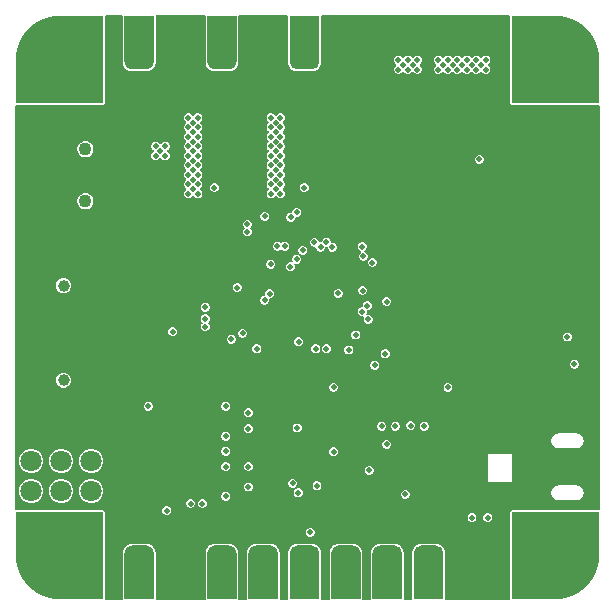
<source format=gbr>
%TF.GenerationSoftware,Altium Limited,Altium Designer,23.11.1 (41)*%
G04 Layer_Physical_Order=2*
G04 Layer_Color=6736896*
%FSLAX45Y45*%
%MOMM*%
%TF.SameCoordinates,A167E3D1-D2EE-47D6-BB63-3A09D1C29133*%
%TF.FilePolarity,Positive*%
%TF.FileFunction,Copper,L2,Inr,Signal*%
%TF.Part,Single*%
G01*
G75*
%TA.AperFunction,ComponentPad*%
%ADD42C,1.80000*%
%TA.AperFunction,ViaPad*%
%ADD43C,1.80000*%
%TA.AperFunction,ComponentPad*%
%ADD44C,1.00000*%
%ADD45C,1.10000*%
%TA.AperFunction,ViaPad*%
%ADD46C,1.00000*%
%ADD47C,0.50000*%
G36*
X4216253Y4970000D02*
Y4230000D01*
X4220280Y4220280D01*
X4230000Y4216253D01*
X4970000D01*
X4979609Y4209833D01*
X4979609Y791208D01*
X4966909Y783746D01*
X4230000D01*
X4220280Y779720D01*
X4216253Y770000D01*
Y30000D01*
X4209833Y20391D01*
X3671206D01*
X3663747Y33091D01*
X3663748Y426597D01*
X3663384Y427475D01*
X3663630Y428392D01*
X3662560Y436515D01*
X3662086Y437337D01*
X3662210Y438278D01*
X3660089Y446192D01*
X3659511Y446945D01*
Y447895D01*
X3656376Y455464D01*
X3655704Y456135D01*
X3655580Y457077D01*
X3651484Y464172D01*
X3650731Y464750D01*
X3650485Y465667D01*
X3645497Y472167D01*
X3644675Y472641D01*
X3644312Y473519D01*
X3638519Y479312D01*
X3637642Y479675D01*
X3637167Y480497D01*
X3630667Y485485D01*
X3629750Y485731D01*
X3629172Y486484D01*
X3622077Y490580D01*
X3621135Y490704D01*
X3620464Y491376D01*
X3612895Y494511D01*
X3611945D01*
X3611192Y495089D01*
X3603278Y497210D01*
X3602337Y497086D01*
X3601515Y497560D01*
X3593392Y498630D01*
X3592475Y498384D01*
X3591597Y498748D01*
X3458405D01*
X3457528Y498384D01*
X3456610Y498630D01*
X3448487Y497560D01*
X3447665Y497086D01*
X3446724Y497210D01*
X3438810Y495089D01*
X3438057Y494511D01*
X3437107D01*
X3429538Y491376D01*
X3428867Y490704D01*
X3427926Y490580D01*
X3420830Y486484D01*
X3420252Y485731D01*
X3419335Y485485D01*
X3412835Y480497D01*
X3412361Y479675D01*
X3411483Y479312D01*
X3405690Y473519D01*
X3405327Y472642D01*
X3404505Y472167D01*
X3399517Y465667D01*
X3399272Y464750D01*
X3398518Y464172D01*
X3394422Y457077D01*
X3394298Y456135D01*
X3393626Y455464D01*
X3390491Y447895D01*
Y446945D01*
X3389913Y446192D01*
X3387793Y438278D01*
X3387917Y437337D01*
X3387442Y436515D01*
X3386372Y428392D01*
X3386618Y427475D01*
X3386255Y426597D01*
X3386254Y30001D01*
X3379832Y20391D01*
X3320169D01*
X3313748Y30001D01*
Y426597D01*
X3313384Y427475D01*
X3313630Y428392D01*
X3312560Y436515D01*
X3312086Y437337D01*
X3312210Y438278D01*
X3310089Y446192D01*
X3309511Y446945D01*
Y447895D01*
X3306376Y455464D01*
X3305704Y456135D01*
X3305580Y457077D01*
X3301484Y464172D01*
X3300731Y464750D01*
X3300485Y465667D01*
X3295497Y472167D01*
X3294675Y472641D01*
X3294312Y473519D01*
X3288519Y479312D01*
X3287642Y479675D01*
X3287167Y480497D01*
X3280667Y485485D01*
X3279750Y485731D01*
X3279172Y486484D01*
X3272077Y490580D01*
X3271135Y490704D01*
X3270464Y491376D01*
X3262895Y494511D01*
X3261945D01*
X3261192Y495089D01*
X3253278Y497210D01*
X3252337Y497086D01*
X3251515Y497560D01*
X3243392Y498630D01*
X3242475Y498384D01*
X3241597Y498748D01*
X3108405D01*
X3107527Y498384D01*
X3106610Y498630D01*
X3098487Y497560D01*
X3097665Y497086D01*
X3096724Y497210D01*
X3088810Y495089D01*
X3088057Y494511D01*
X3087107D01*
X3079538Y491376D01*
X3078867Y490704D01*
X3077926Y490580D01*
X3070830Y486484D01*
X3070252Y485731D01*
X3069335Y485485D01*
X3062835Y480497D01*
X3062361Y479675D01*
X3061483Y479312D01*
X3055690Y473519D01*
X3055327Y472642D01*
X3054505Y472167D01*
X3049517Y465667D01*
X3049272Y464750D01*
X3048518Y464172D01*
X3044422Y457077D01*
X3044298Y456135D01*
X3043626Y455464D01*
X3040491Y447895D01*
Y446945D01*
X3039913Y446192D01*
X3037793Y438278D01*
X3037916Y437337D01*
X3037442Y436515D01*
X3036372Y428392D01*
X3036618Y427475D01*
X3036255Y426597D01*
Y30001D01*
X3029833Y20391D01*
X2971206D01*
X2963747Y33091D01*
X2963747Y426597D01*
X2963384Y427475D01*
X2963630Y428392D01*
X2962560Y436515D01*
X2962086Y437337D01*
X2962209Y438278D01*
X2960089Y446192D01*
X2959511Y446945D01*
Y447895D01*
X2956376Y455464D01*
X2955704Y456135D01*
X2955580Y457077D01*
X2951484Y464172D01*
X2950731Y464750D01*
X2950485Y465667D01*
X2945497Y472167D01*
X2944675Y472641D01*
X2944312Y473519D01*
X2938519Y479312D01*
X2937642Y479675D01*
X2937167Y480497D01*
X2930667Y485485D01*
X2929750Y485731D01*
X2929172Y486484D01*
X2922076Y490580D01*
X2921135Y490704D01*
X2920464Y491376D01*
X2912895Y494511D01*
X2911945D01*
X2911192Y495089D01*
X2903278Y497210D01*
X2902337Y497086D01*
X2901515Y497560D01*
X2893392Y498630D01*
X2892475Y498384D01*
X2891597Y498748D01*
X2758405D01*
X2757527Y498384D01*
X2756610Y498630D01*
X2748487Y497560D01*
X2747665Y497086D01*
X2746724Y497210D01*
X2738810Y495089D01*
X2738057Y494511D01*
X2737107D01*
X2729538Y491376D01*
X2728867Y490704D01*
X2727925Y490580D01*
X2720830Y486484D01*
X2720252Y485731D01*
X2719335Y485485D01*
X2712835Y480497D01*
X2712361Y479675D01*
X2711483Y479312D01*
X2705690Y473519D01*
X2705327Y472642D01*
X2704505Y472167D01*
X2699517Y465667D01*
X2699271Y464750D01*
X2698518Y464172D01*
X2694422Y457077D01*
X2694298Y456135D01*
X2693626Y455464D01*
X2690491Y447895D01*
Y446945D01*
X2689913Y446192D01*
X2687792Y438278D01*
X2687916Y437337D01*
X2687442Y436515D01*
X2686372Y428392D01*
X2686618Y427475D01*
X2686254Y426597D01*
X2686254Y30001D01*
X2679832Y20391D01*
X2620169D01*
X2613747Y30001D01*
Y426597D01*
X2613384Y427475D01*
X2613630Y428392D01*
X2612560Y436515D01*
X2612085Y437337D01*
X2612209Y438278D01*
X2610089Y446192D01*
X2609511Y446945D01*
Y447895D01*
X2606376Y455464D01*
X2605704Y456135D01*
X2605580Y457077D01*
X2601484Y464172D01*
X2600731Y464750D01*
X2600485Y465667D01*
X2595497Y472167D01*
X2594675Y472641D01*
X2594312Y473519D01*
X2588519Y479312D01*
X2587642Y479675D01*
X2587167Y480497D01*
X2580667Y485485D01*
X2579750Y485731D01*
X2579172Y486484D01*
X2572076Y490580D01*
X2571135Y490704D01*
X2570464Y491376D01*
X2562895Y494511D01*
X2561945D01*
X2561192Y495089D01*
X2553278Y497210D01*
X2552337Y497086D01*
X2551515Y497560D01*
X2543392Y498630D01*
X2542474Y498384D01*
X2541597Y498748D01*
X2408405D01*
X2407527Y498384D01*
X2406610Y498630D01*
X2398487Y497560D01*
X2397665Y497086D01*
X2396724Y497210D01*
X2388810Y495089D01*
X2388057Y494511D01*
X2387107D01*
X2379538Y491376D01*
X2378867Y490704D01*
X2377925Y490580D01*
X2370830Y486484D01*
X2370252Y485731D01*
X2369335Y485485D01*
X2362835Y480497D01*
X2362361Y479675D01*
X2361483Y479312D01*
X2355690Y473519D01*
X2355327Y472642D01*
X2354505Y472167D01*
X2349517Y465667D01*
X2349271Y464750D01*
X2348518Y464172D01*
X2344422Y457077D01*
X2344298Y456135D01*
X2343626Y455464D01*
X2340491Y447895D01*
Y446945D01*
X2339913Y446192D01*
X2337792Y438278D01*
X2337916Y437337D01*
X2337442Y436515D01*
X2336372Y428392D01*
X2336618Y427475D01*
X2336254Y426597D01*
Y30001D01*
X2329833Y20391D01*
X2271206D01*
X2263747Y33091D01*
X2263748Y426597D01*
X2263384Y427475D01*
X2263630Y428392D01*
X2262560Y436515D01*
X2262086Y437337D01*
X2262210Y438278D01*
X2260089Y446192D01*
X2259511Y446945D01*
Y447895D01*
X2256376Y455464D01*
X2255704Y456135D01*
X2255580Y457077D01*
X2251484Y464172D01*
X2250731Y464750D01*
X2250485Y465667D01*
X2245497Y472167D01*
X2244675Y472641D01*
X2244312Y473519D01*
X2238519Y479312D01*
X2237642Y479675D01*
X2237167Y480497D01*
X2230667Y485485D01*
X2229750Y485731D01*
X2229172Y486484D01*
X2222077Y490580D01*
X2221135Y490704D01*
X2220464Y491376D01*
X2212895Y494511D01*
X2211945D01*
X2211192Y495089D01*
X2203278Y497210D01*
X2202337Y497086D01*
X2201515Y497560D01*
X2193392Y498630D01*
X2192475Y498384D01*
X2191597Y498748D01*
X2058405D01*
X2057528Y498384D01*
X2056610Y498630D01*
X2048487Y497560D01*
X2047665Y497086D01*
X2046724Y497210D01*
X2038810Y495089D01*
X2038057Y494511D01*
X2037107D01*
X2029538Y491376D01*
X2028867Y490704D01*
X2027926Y490580D01*
X2020830Y486484D01*
X2020252Y485731D01*
X2019335Y485485D01*
X2012835Y480497D01*
X2012361Y479675D01*
X2011483Y479312D01*
X2005690Y473519D01*
X2005327Y472642D01*
X2004505Y472167D01*
X1999517Y465667D01*
X1999272Y464750D01*
X1998518Y464172D01*
X1994422Y457077D01*
X1994298Y456135D01*
X1993626Y455464D01*
X1990491Y447895D01*
Y446945D01*
X1989913Y446192D01*
X1987793Y438278D01*
X1987917Y437337D01*
X1987442Y436515D01*
X1986372Y428392D01*
X1986618Y427475D01*
X1986255Y426597D01*
X1986254Y30001D01*
X1979832Y20391D01*
X1920169D01*
X1913748Y30001D01*
Y426597D01*
X1913384Y427475D01*
X1913630Y428392D01*
X1912560Y436515D01*
X1912086Y437337D01*
X1912210Y438278D01*
X1910089Y446192D01*
X1909511Y446945D01*
Y447895D01*
X1906376Y455464D01*
X1905704Y456135D01*
X1905580Y457077D01*
X1901484Y464172D01*
X1900731Y464750D01*
X1900485Y465667D01*
X1895497Y472167D01*
X1894675Y472641D01*
X1894312Y473519D01*
X1888519Y479312D01*
X1887642Y479675D01*
X1887167Y480497D01*
X1880667Y485485D01*
X1879750Y485731D01*
X1879172Y486484D01*
X1872077Y490580D01*
X1871135Y490704D01*
X1870464Y491376D01*
X1862895Y494511D01*
X1861945D01*
X1861192Y495089D01*
X1853278Y497210D01*
X1852337Y497086D01*
X1851515Y497560D01*
X1843392Y498630D01*
X1842475Y498384D01*
X1841597Y498748D01*
X1708405D01*
X1707527Y498384D01*
X1706610Y498630D01*
X1698487Y497560D01*
X1697665Y497086D01*
X1696724Y497210D01*
X1688810Y495089D01*
X1688057Y494511D01*
X1687107D01*
X1679538Y491376D01*
X1678867Y490704D01*
X1677926Y490580D01*
X1670830Y486484D01*
X1670252Y485731D01*
X1669335Y485485D01*
X1662835Y480497D01*
X1662361Y479675D01*
X1661483Y479312D01*
X1655690Y473519D01*
X1655327Y472642D01*
X1654505Y472167D01*
X1649517Y465667D01*
X1649272Y464750D01*
X1648518Y464172D01*
X1644422Y457077D01*
X1644298Y456135D01*
X1643626Y455464D01*
X1640491Y447895D01*
Y446945D01*
X1639913Y446192D01*
X1637793Y438278D01*
X1637916Y437337D01*
X1637442Y436515D01*
X1636372Y428392D01*
X1636618Y427475D01*
X1636255Y426597D01*
Y30001D01*
X1629833Y20391D01*
X1220169D01*
X1213747Y30001D01*
Y426597D01*
X1213384Y427475D01*
X1213630Y428392D01*
X1212560Y436515D01*
X1212085Y437337D01*
X1212209Y438278D01*
X1210089Y446192D01*
X1209511Y446945D01*
Y447895D01*
X1206376Y455464D01*
X1205704Y456135D01*
X1205580Y457077D01*
X1201484Y464172D01*
X1200731Y464750D01*
X1200485Y465667D01*
X1195497Y472167D01*
X1194675Y472641D01*
X1194312Y473519D01*
X1188519Y479312D01*
X1187642Y479675D01*
X1187167Y480497D01*
X1180667Y485485D01*
X1179750Y485731D01*
X1179172Y486484D01*
X1172076Y490580D01*
X1171135Y490704D01*
X1170464Y491376D01*
X1162895Y494511D01*
X1161945D01*
X1161192Y495089D01*
X1153278Y497210D01*
X1152337Y497086D01*
X1151515Y497560D01*
X1143392Y498630D01*
X1142474Y498384D01*
X1141597Y498748D01*
X1008405D01*
X1007527Y498384D01*
X1006610Y498630D01*
X998487Y497560D01*
X997665Y497086D01*
X996724Y497210D01*
X988810Y495089D01*
X988057Y494511D01*
X987107D01*
X979538Y491376D01*
X978867Y490704D01*
X977925Y490580D01*
X970830Y486484D01*
X970252Y485731D01*
X969335Y485485D01*
X962835Y480497D01*
X962361Y479675D01*
X961483Y479312D01*
X955690Y473519D01*
X955327Y472642D01*
X954505Y472167D01*
X949517Y465667D01*
X949271Y464750D01*
X948518Y464172D01*
X944422Y457077D01*
X944298Y456135D01*
X943626Y455464D01*
X940491Y447895D01*
Y446945D01*
X939913Y446192D01*
X937792Y438278D01*
X937916Y437337D01*
X937442Y436515D01*
X936372Y428392D01*
X936618Y427475D01*
X936254Y426597D01*
Y30001D01*
X929833Y20391D01*
X790167D01*
X783746Y30000D01*
Y770000D01*
X779720Y779720D01*
X770000Y783746D01*
X30000D01*
X20391Y790167D01*
Y4209833D01*
X30000Y4216253D01*
X770000D01*
X779720Y4220280D01*
X783746Y4230000D01*
Y4970000D01*
X790167Y4979609D01*
X928792D01*
X936254Y4966909D01*
X936254Y4573404D01*
X936617Y4572527D01*
X936371Y4571609D01*
X937441Y4563486D01*
X937916Y4562664D01*
X937792Y4561723D01*
X939912Y4553809D01*
X940490Y4553056D01*
Y4552106D01*
X943625Y4544537D01*
X944297Y4543866D01*
X944421Y4542925D01*
X948517Y4535829D01*
X949270Y4535251D01*
X949516Y4534334D01*
X954504Y4527834D01*
X955326Y4527360D01*
X955689Y4526482D01*
X961482Y4520689D01*
X962360Y4520326D01*
X962834Y4519504D01*
X969334Y4514516D01*
X970251Y4514271D01*
X970829Y4513517D01*
X977925Y4509421D01*
X978866Y4509297D01*
X979537Y4508625D01*
X987106Y4505490D01*
X988056D01*
X988809Y4504912D01*
X996723Y4502792D01*
X997664Y4502916D01*
X998486Y4502441D01*
X1006609Y4501371D01*
X1007527Y4501617D01*
X1008404Y4501254D01*
X1141596D01*
X1142474Y4501617D01*
X1143391Y4501371D01*
X1151514Y4502441D01*
X1152336Y4502916D01*
X1153277Y4502792D01*
X1161191Y4504912D01*
X1161944Y4505490D01*
X1162894D01*
X1170463Y4508625D01*
X1171134Y4509297D01*
X1172076Y4509421D01*
X1179171Y4513517D01*
X1179749Y4514270D01*
X1180666Y4514516D01*
X1187166Y4519504D01*
X1187640Y4520326D01*
X1188518Y4520689D01*
X1194311Y4526482D01*
X1194674Y4527359D01*
X1195496Y4527834D01*
X1200484Y4534334D01*
X1200730Y4535251D01*
X1201483Y4535829D01*
X1205580Y4542925D01*
X1205703Y4543866D01*
X1206375Y4544537D01*
X1209510Y4552106D01*
Y4553056D01*
X1210088Y4553809D01*
X1212209Y4561723D01*
X1212085Y4562664D01*
X1212559Y4563486D01*
X1213629Y4571609D01*
X1213383Y4572527D01*
X1213747Y4573404D01*
X1213747Y4970000D01*
X1220168Y4979609D01*
X1628792D01*
X1636254Y4966909D01*
X1636254Y4573404D01*
X1636617Y4572527D01*
X1636371Y4571609D01*
X1637441Y4563486D01*
X1637915Y4562664D01*
X1637791Y4561723D01*
X1639912Y4553809D01*
X1640490Y4553056D01*
Y4552106D01*
X1643625Y4544537D01*
X1644297Y4543866D01*
X1644421Y4542925D01*
X1648517Y4535829D01*
X1649270Y4535251D01*
X1649516Y4534334D01*
X1654504Y4527834D01*
X1655326Y4527360D01*
X1655689Y4526482D01*
X1661482Y4520689D01*
X1662359Y4520326D01*
X1662834Y4519504D01*
X1669334Y4514516D01*
X1670251Y4514271D01*
X1670829Y4513517D01*
X1677925Y4509421D01*
X1678866Y4509297D01*
X1679537Y4508625D01*
X1687106Y4505490D01*
X1688056D01*
X1688809Y4504912D01*
X1696723Y4502792D01*
X1697664Y4502916D01*
X1698486Y4502441D01*
X1706609Y4501371D01*
X1707526Y4501617D01*
X1708404Y4501254D01*
X1841596D01*
X1842474Y4501617D01*
X1843391Y4501371D01*
X1851514Y4502441D01*
X1852336Y4502916D01*
X1853277Y4502792D01*
X1861191Y4504912D01*
X1861944Y4505490D01*
X1862894D01*
X1870463Y4508625D01*
X1871134Y4509297D01*
X1872076Y4509421D01*
X1879171Y4513517D01*
X1879749Y4514270D01*
X1880666Y4514516D01*
X1887166Y4519504D01*
X1887640Y4520326D01*
X1888518Y4520689D01*
X1894311Y4526482D01*
X1894674Y4527359D01*
X1895496Y4527834D01*
X1900484Y4534334D01*
X1900729Y4535251D01*
X1901483Y4535829D01*
X1905579Y4542925D01*
X1905703Y4543866D01*
X1906375Y4544537D01*
X1909510Y4552106D01*
Y4553056D01*
X1910088Y4553809D01*
X1912209Y4561723D01*
X1912085Y4562664D01*
X1912559Y4563486D01*
X1913629Y4571609D01*
X1913383Y4572527D01*
X1913746Y4573404D01*
X1913747Y4970000D01*
X1920168Y4979609D01*
X2328792D01*
X2336254Y4966909D01*
X2336254Y4573404D01*
X2336617Y4572527D01*
X2336371Y4571609D01*
X2337441Y4563486D01*
X2337916Y4562664D01*
X2337792Y4561723D01*
X2339912Y4553809D01*
X2340490Y4553056D01*
Y4552106D01*
X2343625Y4544537D01*
X2344297Y4543866D01*
X2344421Y4542925D01*
X2348517Y4535829D01*
X2349270Y4535251D01*
X2349516Y4534334D01*
X2354504Y4527834D01*
X2355326Y4527360D01*
X2355689Y4526482D01*
X2361482Y4520689D01*
X2362360Y4520326D01*
X2362834Y4519504D01*
X2369334Y4514516D01*
X2370251Y4514271D01*
X2370829Y4513517D01*
X2377925Y4509421D01*
X2378866Y4509297D01*
X2379537Y4508625D01*
X2387106Y4505490D01*
X2388056D01*
X2388809Y4504912D01*
X2396723Y4502792D01*
X2397664Y4502916D01*
X2398486Y4502441D01*
X2406609Y4501371D01*
X2407527Y4501617D01*
X2408404Y4501254D01*
X2541596D01*
X2542474Y4501617D01*
X2543391Y4501371D01*
X2551514Y4502441D01*
X2552336Y4502916D01*
X2553277Y4502792D01*
X2561191Y4504912D01*
X2561944Y4505490D01*
X2562894D01*
X2570463Y4508625D01*
X2571134Y4509297D01*
X2572076Y4509421D01*
X2579171Y4513517D01*
X2579749Y4514270D01*
X2580666Y4514516D01*
X2587166Y4519504D01*
X2587640Y4520326D01*
X2588518Y4520689D01*
X2594311Y4526482D01*
X2594674Y4527359D01*
X2595496Y4527834D01*
X2600484Y4534334D01*
X2600730Y4535251D01*
X2601483Y4535829D01*
X2605579Y4542925D01*
X2605703Y4543866D01*
X2606375Y4544537D01*
X2609510Y4552106D01*
Y4553056D01*
X2610088Y4553809D01*
X2612209Y4561723D01*
X2612085Y4562664D01*
X2612559Y4563486D01*
X2613629Y4571609D01*
X2613383Y4572527D01*
X2613747Y4573404D01*
X2613747Y4970000D01*
X2620168Y4979609D01*
X4209833D01*
X4216253Y4970000D01*
D02*
G37*
%LPC*%
G36*
X4017499Y4632921D02*
X4002501D01*
X3988645Y4627182D01*
X3978039Y4616576D01*
X3976652Y4613227D01*
X3962905D01*
X3961518Y4616576D01*
X3950913Y4627182D01*
X3937057Y4632921D01*
X3922058D01*
X3908202Y4627182D01*
X3897597Y4616576D01*
X3896210Y4613227D01*
X3882463D01*
X3881076Y4616576D01*
X3870471Y4627182D01*
X3856614Y4632921D01*
X3841616D01*
X3827760Y4627182D01*
X3817155Y4616576D01*
X3815767Y4613227D01*
X3802021D01*
X3800633Y4616576D01*
X3790028Y4627182D01*
X3776172Y4632921D01*
X3761174D01*
X3747318Y4627182D01*
X3736712Y4616576D01*
X3735325Y4613227D01*
X3721579D01*
X3720191Y4616576D01*
X3709586Y4627182D01*
X3695730Y4632921D01*
X3680732D01*
X3666875Y4627182D01*
X3656270Y4616576D01*
X3654883Y4613227D01*
X3641136D01*
X3639749Y4616576D01*
X3629144Y4627182D01*
X3615287Y4632921D01*
X3600289D01*
X3586433Y4627182D01*
X3575828Y4616576D01*
X3570088Y4602720D01*
Y4587722D01*
X3575828Y4573866D01*
X3586433Y4563261D01*
X3589783Y4561873D01*
Y4548127D01*
X3586433Y4546739D01*
X3575828Y4536134D01*
X3570088Y4522278D01*
Y4507280D01*
X3575828Y4493424D01*
X3586433Y4482818D01*
X3600289Y4477079D01*
X3615287D01*
X3629144Y4482818D01*
X3639749Y4493424D01*
X3641136Y4496773D01*
X3654883D01*
X3656270Y4493424D01*
X3666875Y4482818D01*
X3680732Y4477079D01*
X3695730D01*
X3709586Y4482818D01*
X3720191Y4493424D01*
X3721579Y4496773D01*
X3735325D01*
X3736712Y4493424D01*
X3747318Y4482818D01*
X3761174Y4477079D01*
X3776172D01*
X3790028Y4482818D01*
X3800633Y4493424D01*
X3802021Y4496773D01*
X3815767D01*
X3817155Y4493424D01*
X3827760Y4482818D01*
X3841616Y4477079D01*
X3856614D01*
X3870471Y4482818D01*
X3881076Y4493424D01*
X3882463Y4496773D01*
X3896210D01*
X3897597Y4493424D01*
X3908202Y4482818D01*
X3922058Y4477079D01*
X3937057D01*
X3950913Y4482818D01*
X3961518Y4493424D01*
X3962905Y4496773D01*
X3976652D01*
X3978039Y4493424D01*
X3988645Y4482818D01*
X4002501Y4477079D01*
X4017499D01*
X4031355Y4482818D01*
X4041960Y4493424D01*
X4047700Y4507280D01*
Y4522278D01*
X4041960Y4536134D01*
X4031355Y4546739D01*
X4028006Y4548127D01*
Y4561873D01*
X4031355Y4563261D01*
X4041960Y4573866D01*
X4047700Y4587722D01*
Y4602720D01*
X4041960Y4616576D01*
X4031355Y4627182D01*
X4017499Y4632921D01*
D02*
G37*
G36*
X3438384D02*
X3423386D01*
X3409529Y4627182D01*
X3398924Y4616576D01*
X3397537Y4613227D01*
X3383790D01*
X3382403Y4616576D01*
X3371798Y4627182D01*
X3357941Y4632921D01*
X3342943D01*
X3329087Y4627182D01*
X3318482Y4616576D01*
X3317094Y4613227D01*
X3303348D01*
X3301961Y4616576D01*
X3291355Y4627182D01*
X3277499Y4632921D01*
X3262501D01*
X3248645Y4627182D01*
X3238039Y4616576D01*
X3232300Y4602720D01*
Y4587722D01*
X3238039Y4573866D01*
X3248645Y4563261D01*
X3251994Y4561873D01*
Y4548127D01*
X3248645Y4546739D01*
X3238039Y4536134D01*
X3232300Y4522278D01*
Y4507280D01*
X3238039Y4493424D01*
X3248645Y4482818D01*
X3262501Y4477079D01*
X3277499D01*
X3291355Y4482818D01*
X3301961Y4493424D01*
X3303348Y4496773D01*
X3317094D01*
X3318482Y4493424D01*
X3329087Y4482818D01*
X3342943Y4477079D01*
X3357941D01*
X3371798Y4482818D01*
X3382403Y4493424D01*
X3383790Y4496773D01*
X3397537D01*
X3398924Y4493424D01*
X3409529Y4482818D01*
X3423386Y4477079D01*
X3438384D01*
X3452240Y4482818D01*
X3462845Y4493424D01*
X3468585Y4507280D01*
Y4522278D01*
X3462845Y4536134D01*
X3452240Y4546739D01*
X3448890Y4548127D01*
Y4561873D01*
X3452240Y4563261D01*
X3462845Y4573866D01*
X3468585Y4587722D01*
Y4602720D01*
X3462845Y4616576D01*
X3452240Y4627182D01*
X3438384Y4632921D01*
D02*
G37*
G36*
X2278461Y4144067D02*
X2263463D01*
X2249607Y4138328D01*
X2239001Y4127723D01*
X2237614Y4124373D01*
X2223868D01*
X2222480Y4127723D01*
X2211875Y4138328D01*
X2198019Y4144067D01*
X2183021D01*
X2169164Y4138328D01*
X2158559Y4127723D01*
X2152820Y4113866D01*
Y4098868D01*
X2158559Y4085012D01*
X2169164Y4074407D01*
X2172514Y4073019D01*
Y4059273D01*
X2169164Y4057885D01*
X2158559Y4047280D01*
X2152820Y4033424D01*
Y4018426D01*
X2158559Y4004570D01*
X2169164Y3993964D01*
X2172514Y3992577D01*
Y3978830D01*
X2169164Y3977443D01*
X2158559Y3966838D01*
X2152820Y3952982D01*
Y3937983D01*
X2158559Y3924127D01*
X2169164Y3913522D01*
X2172514Y3912135D01*
Y3898388D01*
X2169164Y3897001D01*
X2158559Y3886396D01*
X2152820Y3872539D01*
Y3857541D01*
X2158559Y3843685D01*
X2169164Y3833080D01*
X2172514Y3831692D01*
Y3817946D01*
X2169164Y3816559D01*
X2158559Y3805953D01*
X2152820Y3792097D01*
Y3777099D01*
X2158559Y3763243D01*
X2169164Y3752637D01*
X2172514Y3751250D01*
Y3737504D01*
X2169164Y3736116D01*
X2158559Y3725511D01*
X2152820Y3711655D01*
Y3696657D01*
X2158559Y3682800D01*
X2169164Y3672195D01*
X2172514Y3670808D01*
Y3657061D01*
X2169164Y3655674D01*
X2158559Y3645069D01*
X2152820Y3631212D01*
Y3616214D01*
X2158559Y3602358D01*
X2169164Y3591753D01*
X2172514Y3590365D01*
Y3576619D01*
X2169164Y3575232D01*
X2158559Y3564626D01*
X2152820Y3550770D01*
Y3535772D01*
X2158559Y3521916D01*
X2169164Y3511310D01*
X2172514Y3509923D01*
Y3496177D01*
X2169164Y3494789D01*
X2158559Y3484184D01*
X2152820Y3470328D01*
Y3455330D01*
X2158559Y3441473D01*
X2169164Y3430868D01*
X2183021Y3425129D01*
X2198019D01*
X2211875Y3430868D01*
X2222480Y3441473D01*
X2223868Y3444823D01*
X2237614D01*
X2239001Y3441473D01*
X2249607Y3430868D01*
X2263463Y3425129D01*
X2278461D01*
X2292317Y3430868D01*
X2302922Y3441473D01*
X2308662Y3455330D01*
Y3470328D01*
X2302922Y3484184D01*
X2292317Y3494789D01*
X2288968Y3496177D01*
Y3509923D01*
X2292317Y3511310D01*
X2302922Y3521916D01*
X2308662Y3535772D01*
Y3550770D01*
X2302922Y3564626D01*
X2292317Y3575232D01*
X2288968Y3576619D01*
Y3590365D01*
X2292317Y3591753D01*
X2302922Y3602358D01*
X2308662Y3616214D01*
Y3631212D01*
X2302922Y3645069D01*
X2292317Y3655674D01*
X2288968Y3657061D01*
Y3670808D01*
X2292317Y3672195D01*
X2302922Y3682800D01*
X2308662Y3696657D01*
Y3711655D01*
X2302922Y3725511D01*
X2292317Y3736116D01*
X2288968Y3737504D01*
Y3751250D01*
X2292317Y3752637D01*
X2302922Y3763243D01*
X2308662Y3777099D01*
Y3792097D01*
X2302922Y3805953D01*
X2292317Y3816559D01*
X2288968Y3817946D01*
Y3831692D01*
X2292317Y3833080D01*
X2302922Y3843685D01*
X2308662Y3857541D01*
Y3872539D01*
X2302922Y3886396D01*
X2292317Y3897001D01*
X2288968Y3898388D01*
Y3912135D01*
X2292317Y3913522D01*
X2302922Y3924127D01*
X2308662Y3937983D01*
Y3952982D01*
X2302922Y3966838D01*
X2292317Y3977443D01*
X2288968Y3978830D01*
Y3992577D01*
X2292317Y3993964D01*
X2302922Y4004570D01*
X2308662Y4018426D01*
Y4033424D01*
X2302922Y4047280D01*
X2292317Y4057885D01*
X2288968Y4059273D01*
Y4073019D01*
X2292317Y4074407D01*
X2302922Y4085012D01*
X2308662Y4098868D01*
Y4113866D01*
X2302922Y4127723D01*
X2292317Y4138328D01*
X2278461Y4144067D01*
D02*
G37*
G36*
X1578461D02*
X1563463D01*
X1549607Y4138328D01*
X1539001Y4127723D01*
X1537614Y4124373D01*
X1523868D01*
X1522480Y4127723D01*
X1511875Y4138328D01*
X1498019Y4144067D01*
X1483021D01*
X1469164Y4138328D01*
X1458559Y4127723D01*
X1452820Y4113866D01*
Y4098868D01*
X1458559Y4085012D01*
X1469164Y4074407D01*
X1472514Y4073019D01*
Y4059273D01*
X1469164Y4057885D01*
X1458559Y4047280D01*
X1452820Y4033424D01*
Y4018426D01*
X1458559Y4004570D01*
X1469164Y3993964D01*
X1472514Y3992577D01*
Y3978830D01*
X1469164Y3977443D01*
X1458559Y3966838D01*
X1452820Y3952982D01*
Y3937983D01*
X1458559Y3924127D01*
X1469164Y3913522D01*
X1472514Y3912135D01*
Y3898388D01*
X1469164Y3897001D01*
X1458559Y3886396D01*
X1452820Y3872539D01*
Y3857541D01*
X1458559Y3843685D01*
X1469164Y3833080D01*
X1472514Y3831692D01*
Y3817946D01*
X1469164Y3816559D01*
X1458559Y3805953D01*
X1452820Y3792097D01*
Y3777099D01*
X1458559Y3763243D01*
X1469164Y3752637D01*
X1472514Y3751250D01*
Y3737504D01*
X1469164Y3736116D01*
X1458559Y3725511D01*
X1452820Y3711655D01*
Y3696657D01*
X1458559Y3682800D01*
X1469164Y3672195D01*
X1472514Y3670808D01*
Y3657061D01*
X1469164Y3655674D01*
X1458559Y3645069D01*
X1452820Y3631212D01*
Y3616214D01*
X1458559Y3602358D01*
X1469164Y3591753D01*
X1472514Y3590365D01*
Y3576619D01*
X1469164Y3575232D01*
X1458559Y3564626D01*
X1452820Y3550770D01*
Y3535772D01*
X1458559Y3521916D01*
X1469164Y3511310D01*
X1472514Y3509923D01*
Y3496177D01*
X1469164Y3494789D01*
X1458559Y3484184D01*
X1452820Y3470328D01*
Y3455330D01*
X1458559Y3441473D01*
X1469164Y3430868D01*
X1483021Y3425129D01*
X1498019D01*
X1511875Y3430868D01*
X1522480Y3441473D01*
X1523868Y3444823D01*
X1537614D01*
X1539001Y3441473D01*
X1549607Y3430868D01*
X1563463Y3425129D01*
X1578461D01*
X1592317Y3430868D01*
X1602923Y3441473D01*
X1608662Y3455330D01*
Y3470328D01*
X1602923Y3484184D01*
X1592317Y3494789D01*
X1588968Y3496177D01*
Y3509923D01*
X1592317Y3511310D01*
X1602923Y3521916D01*
X1608662Y3535772D01*
Y3550770D01*
X1602923Y3564626D01*
X1592317Y3575232D01*
X1588968Y3576619D01*
Y3590365D01*
X1592317Y3591753D01*
X1602923Y3602358D01*
X1608662Y3616214D01*
Y3631212D01*
X1602923Y3645069D01*
X1592317Y3655674D01*
X1588968Y3657061D01*
Y3670808D01*
X1592317Y3672195D01*
X1602923Y3682800D01*
X1608662Y3696657D01*
Y3711655D01*
X1602923Y3725511D01*
X1592317Y3736116D01*
X1588968Y3737504D01*
Y3751250D01*
X1592317Y3752637D01*
X1602923Y3763243D01*
X1608662Y3777099D01*
Y3792097D01*
X1602923Y3805953D01*
X1592317Y3816559D01*
X1588968Y3817946D01*
Y3831692D01*
X1592317Y3833080D01*
X1602923Y3843685D01*
X1608662Y3857541D01*
Y3872539D01*
X1602923Y3886396D01*
X1592317Y3897001D01*
X1588968Y3898388D01*
Y3912135D01*
X1592317Y3913522D01*
X1602923Y3924127D01*
X1608662Y3937983D01*
Y3952982D01*
X1602923Y3966838D01*
X1592317Y3977443D01*
X1588968Y3978830D01*
Y3992577D01*
X1592317Y3993964D01*
X1602923Y4004570D01*
X1608662Y4018426D01*
Y4033424D01*
X1602923Y4047280D01*
X1592317Y4057885D01*
X1588968Y4059273D01*
Y4073019D01*
X1592317Y4074407D01*
X1602923Y4085012D01*
X1608662Y4098868D01*
Y4113866D01*
X1602923Y4127723D01*
X1592317Y4138328D01*
X1578461Y4144067D01*
D02*
G37*
G36*
X1302721Y3902900D02*
X1287723D01*
X1273866Y3897161D01*
X1263261Y3886555D01*
X1261874Y3883206D01*
X1248127D01*
X1246740Y3886555D01*
X1236135Y3897161D01*
X1222278Y3902900D01*
X1207280D01*
X1193424Y3897161D01*
X1182819Y3886555D01*
X1177079Y3872699D01*
Y3857701D01*
X1182819Y3843845D01*
X1193424Y3833239D01*
X1196723Y3831873D01*
Y3818127D01*
X1193424Y3816760D01*
X1182819Y3806155D01*
X1177079Y3792299D01*
Y3777301D01*
X1182819Y3763445D01*
X1193424Y3752839D01*
X1207280Y3747100D01*
X1222278D01*
X1236135Y3752839D01*
X1246740Y3763445D01*
X1248127Y3766794D01*
X1261874D01*
X1263261Y3763445D01*
X1273866Y3752839D01*
X1287723Y3747100D01*
X1302721D01*
X1316577Y3752839D01*
X1327182Y3763445D01*
X1332922Y3777301D01*
Y3792299D01*
X1327182Y3806155D01*
X1316577Y3816760D01*
X1313279Y3818127D01*
Y3831873D01*
X1316577Y3833239D01*
X1327182Y3843845D01*
X1332922Y3857701D01*
Y3872699D01*
X1327182Y3886555D01*
X1316577Y3897161D01*
X1302721Y3902900D01*
D02*
G37*
G36*
X628913Y3907700D02*
X611087D01*
X593869Y3903086D01*
X578431Y3894174D01*
X565827Y3881569D01*
X556914Y3866131D01*
X552300Y3848913D01*
Y3831087D01*
X556914Y3813869D01*
X565827Y3798432D01*
X578431Y3785827D01*
X593869Y3776914D01*
X611087Y3772300D01*
X628913D01*
X646131Y3776914D01*
X661569Y3785827D01*
X674173Y3798432D01*
X683086Y3813869D01*
X687700Y3831087D01*
Y3848913D01*
X683086Y3866131D01*
X674173Y3881569D01*
X661569Y3894174D01*
X646131Y3903086D01*
X628913Y3907700D01*
D02*
G37*
G36*
X3962499Y3791700D02*
X3947501D01*
X3933645Y3785961D01*
X3923040Y3775355D01*
X3917300Y3761499D01*
Y3746501D01*
X3923040Y3732645D01*
X3933645Y3722040D01*
X3947501Y3716300D01*
X3962499D01*
X3976356Y3722040D01*
X3986961Y3732645D01*
X3992700Y3746501D01*
Y3761499D01*
X3986961Y3775355D01*
X3976356Y3785961D01*
X3962499Y3791700D01*
D02*
G37*
G36*
X2478299Y3552400D02*
X2463301D01*
X2449445Y3546661D01*
X2438839Y3536055D01*
X2433100Y3522199D01*
Y3507201D01*
X2438839Y3493345D01*
X2449445Y3482740D01*
X2463301Y3477000D01*
X2478299D01*
X2492155Y3482740D01*
X2502761Y3493345D01*
X2508500Y3507201D01*
Y3522199D01*
X2502761Y3536055D01*
X2492155Y3546661D01*
X2478299Y3552400D01*
D02*
G37*
G36*
X1718999D02*
X1704001D01*
X1690145Y3546661D01*
X1679539Y3536055D01*
X1673800Y3522199D01*
Y3507201D01*
X1679539Y3493345D01*
X1690145Y3482740D01*
X1704001Y3477000D01*
X1718999D01*
X1732855Y3482740D01*
X1743461Y3493345D01*
X1749200Y3507201D01*
Y3522199D01*
X1743461Y3536055D01*
X1732855Y3546661D01*
X1718999Y3552400D01*
D02*
G37*
G36*
X628913Y3467700D02*
X611087D01*
X593869Y3463086D01*
X578431Y3454173D01*
X565827Y3441569D01*
X556914Y3426131D01*
X552300Y3408913D01*
Y3391087D01*
X556914Y3373869D01*
X565827Y3358431D01*
X578431Y3345827D01*
X593869Y3336914D01*
X611087Y3332300D01*
X628913D01*
X646131Y3336914D01*
X661569Y3345827D01*
X674173Y3358431D01*
X683086Y3373869D01*
X687700Y3391087D01*
Y3408913D01*
X683086Y3426131D01*
X674173Y3441569D01*
X661569Y3454173D01*
X646131Y3463086D01*
X628913Y3467700D01*
D02*
G37*
G36*
X2146249Y3308950D02*
X2131251D01*
X2117395Y3303211D01*
X2106789Y3292605D01*
X2101050Y3278749D01*
Y3263751D01*
X2106789Y3249895D01*
X2117395Y3239289D01*
X2131251Y3233550D01*
X2146249D01*
X2160105Y3239289D01*
X2170710Y3249895D01*
X2176450Y3263751D01*
Y3278749D01*
X2170710Y3292605D01*
X2160105Y3303211D01*
X2146249Y3308950D01*
D02*
G37*
G36*
X2417499Y3342700D02*
X2402501D01*
X2388645Y3336961D01*
X2378039Y3326356D01*
X2372751Y3313588D01*
X2366012Y3302633D01*
X2351014D01*
X2337158Y3296894D01*
X2326553Y3286289D01*
X2320813Y3272432D01*
Y3257434D01*
X2326553Y3243578D01*
X2337158Y3232973D01*
X2351014Y3227233D01*
X2366012D01*
X2379868Y3232973D01*
X2390474Y3243578D01*
X2395762Y3256345D01*
X2402501Y3267300D01*
X2417499D01*
X2431355Y3273040D01*
X2441961Y3283645D01*
X2447700Y3297501D01*
Y3312499D01*
X2441961Y3326356D01*
X2431355Y3336961D01*
X2417499Y3342700D01*
D02*
G37*
G36*
X1997499Y3241000D02*
X1982501D01*
X1968645Y3235261D01*
X1958040Y3224655D01*
X1952300Y3210799D01*
Y3195801D01*
X1958040Y3181945D01*
X1968034Y3171950D01*
X1958040Y3161956D01*
X1952300Y3148099D01*
Y3133101D01*
X1958040Y3119245D01*
X1968645Y3108640D01*
X1982501Y3102900D01*
X1997499D01*
X2011355Y3108640D01*
X2021961Y3119245D01*
X2027700Y3133101D01*
Y3148099D01*
X2021961Y3161956D01*
X2011966Y3171950D01*
X2021961Y3181945D01*
X2027700Y3195801D01*
Y3210799D01*
X2021961Y3224655D01*
X2011355Y3235261D01*
X1997499Y3241000D01*
D02*
G37*
G36*
X2667027Y3090164D02*
X2652029D01*
X2638173Y3084425D01*
X2627567Y3073820D01*
X2621828Y3059963D01*
Y3058607D01*
X2613949Y3051136D01*
X2599759Y3052813D01*
X2596468Y3058948D01*
X2591016Y3072110D01*
X2580411Y3082715D01*
X2566555Y3088455D01*
X2551557D01*
X2537701Y3082715D01*
X2527095Y3072110D01*
X2521356Y3058254D01*
Y3043256D01*
X2527095Y3029400D01*
X2537701Y3018794D01*
X2551557Y3013055D01*
X2566555D01*
X2572587Y3001807D01*
X2578039Y2988645D01*
X2588645Y2978040D01*
X2602501Y2972300D01*
X2617499D01*
X2631355Y2978040D01*
X2641960Y2988645D01*
X2647700Y3002501D01*
Y3011872D01*
X2652029Y3014764D01*
X2667027D01*
X2672300Y3011241D01*
Y3002501D01*
X2678039Y2988645D01*
X2688645Y2978040D01*
X2702501Y2972300D01*
X2717499D01*
X2731355Y2978040D01*
X2741960Y2988645D01*
X2747700Y3002501D01*
Y3017499D01*
X2741960Y3031355D01*
X2731355Y3041961D01*
X2717499Y3047700D01*
X2702501D01*
X2697228Y3051224D01*
Y3059963D01*
X2691488Y3073820D01*
X2680883Y3084425D01*
X2667027Y3090164D01*
D02*
G37*
G36*
X2315799Y3057700D02*
X2300801D01*
X2286945Y3051961D01*
X2276950Y3041966D01*
X2266956Y3051961D01*
X2253099Y3057700D01*
X2238101D01*
X2224245Y3051961D01*
X2213640Y3041355D01*
X2207900Y3027499D01*
Y3012501D01*
X2213640Y2998645D01*
X2224245Y2988039D01*
X2238101Y2982300D01*
X2253099D01*
X2266956Y2988039D01*
X2276950Y2998034D01*
X2286945Y2988039D01*
X2300801Y2982300D01*
X2315799D01*
X2329655Y2988039D01*
X2340261Y2998645D01*
X2346000Y3012501D01*
Y3027499D01*
X2340261Y3041355D01*
X2329655Y3051961D01*
X2315799Y3057700D01*
D02*
G37*
G36*
X2467499Y3021519D02*
X2452501D01*
X2438645Y3015780D01*
X2428039Y3005175D01*
X2422300Y2991318D01*
Y2976320D01*
X2428039Y2962464D01*
X2438645Y2951859D01*
X2452501Y2946119D01*
X2467499D01*
X2481355Y2951859D01*
X2491960Y2962464D01*
X2497700Y2976320D01*
Y2991318D01*
X2491960Y3005175D01*
X2481355Y3015780D01*
X2467499Y3021519D01*
D02*
G37*
G36*
X2970035Y3053172D02*
X2955037D01*
X2941180Y3047433D01*
X2930575Y3036828D01*
X2924836Y3022971D01*
Y3007973D01*
X2930575Y2994117D01*
X2941180Y2983512D01*
X2951953Y2979049D01*
X2953503Y2967705D01*
X2953216Y2965826D01*
X2952010Y2965327D01*
X2941405Y2954721D01*
X2935666Y2940865D01*
Y2925867D01*
X2941405Y2912011D01*
X2952010Y2901405D01*
X2965867Y2895666D01*
X2980865D01*
X2994721Y2901405D01*
X3005326Y2912011D01*
X3011066Y2925867D01*
Y2940865D01*
X3005326Y2954721D01*
X2994721Y2965327D01*
X2983948Y2969789D01*
X2982399Y2981133D01*
X2982685Y2983012D01*
X2983891Y2983512D01*
X2994496Y2994117D01*
X3000236Y3007973D01*
Y3022971D01*
X2994496Y3036828D01*
X2983891Y3047433D01*
X2970035Y3053172D01*
D02*
G37*
G36*
X2415856Y2947743D02*
X2400858D01*
X2387001Y2942004D01*
X2376396Y2931399D01*
X2370657Y2917543D01*
Y2902544D01*
X2375395Y2891105D01*
X2370382Y2883712D01*
X2366938Y2880862D01*
X2362499Y2882700D01*
X2347501D01*
X2333645Y2876961D01*
X2323040Y2866355D01*
X2317300Y2852499D01*
Y2837501D01*
X2323040Y2823645D01*
X2333645Y2813040D01*
X2347501Y2807300D01*
X2362499D01*
X2376355Y2813040D01*
X2386961Y2823645D01*
X2392700Y2837501D01*
Y2852499D01*
X2387962Y2863939D01*
X2392975Y2871332D01*
X2396419Y2874182D01*
X2400858Y2872344D01*
X2415856D01*
X2429712Y2878083D01*
X2440317Y2888688D01*
X2446057Y2902544D01*
Y2917543D01*
X2440317Y2931399D01*
X2429712Y2942004D01*
X2415856Y2947743D01*
D02*
G37*
G36*
X3057499Y2917700D02*
X3042501D01*
X3028645Y2911961D01*
X3018039Y2901355D01*
X3012300Y2887499D01*
Y2872501D01*
X3018039Y2858645D01*
X3028645Y2848040D01*
X3042501Y2842300D01*
X3057499D01*
X3071355Y2848040D01*
X3081961Y2858645D01*
X3087700Y2872501D01*
Y2887499D01*
X3081961Y2901355D01*
X3071355Y2911961D01*
X3057499Y2917700D01*
D02*
G37*
G36*
X2195785Y2904266D02*
X2180786D01*
X2166930Y2898527D01*
X2156325Y2887922D01*
X2150585Y2874065D01*
Y2859067D01*
X2156325Y2845211D01*
X2166930Y2834606D01*
X2180786Y2828866D01*
X2195785D01*
X2209641Y2834606D01*
X2220246Y2845211D01*
X2225985Y2859067D01*
Y2874065D01*
X2220246Y2887922D01*
X2209641Y2898527D01*
X2195785Y2904266D01*
D02*
G37*
G36*
X1911581Y2706118D02*
X1896583D01*
X1882727Y2700378D01*
X1872122Y2689773D01*
X1866382Y2675917D01*
Y2660918D01*
X1872122Y2647062D01*
X1882727Y2636457D01*
X1896583Y2630718D01*
X1911581D01*
X1925438Y2636457D01*
X1936043Y2647062D01*
X1941782Y2660918D01*
Y2675917D01*
X1936043Y2689773D01*
X1925438Y2700378D01*
X1911581Y2706118D01*
D02*
G37*
G36*
X447472Y2747700D02*
X422528D01*
X399483Y2738154D01*
X381846Y2720517D01*
X372300Y2697472D01*
Y2672528D01*
X381846Y2649483D01*
X399483Y2631846D01*
X422528Y2622300D01*
X447472D01*
X470516Y2631846D01*
X488154Y2649483D01*
X497700Y2672528D01*
Y2697472D01*
X488154Y2720517D01*
X470516Y2738154D01*
X447472Y2747700D01*
D02*
G37*
G36*
X2973749Y2681450D02*
X2958751D01*
X2944895Y2675710D01*
X2934290Y2665105D01*
X2928550Y2651249D01*
Y2636251D01*
X2934290Y2622395D01*
X2944895Y2611789D01*
X2958751Y2606050D01*
X2973749D01*
X2987605Y2611789D01*
X2998211Y2622395D01*
X3003950Y2636251D01*
Y2651249D01*
X2998211Y2665105D01*
X2987605Y2675710D01*
X2973749Y2681450D01*
D02*
G37*
G36*
X2767379Y2657540D02*
X2752381D01*
X2738525Y2651800D01*
X2727919Y2641195D01*
X2722180Y2627339D01*
Y2612341D01*
X2727919Y2598485D01*
X2738525Y2587879D01*
X2752381Y2582140D01*
X2767379D01*
X2781235Y2587879D01*
X2791840Y2598485D01*
X2797580Y2612341D01*
Y2627339D01*
X2791840Y2641195D01*
X2781235Y2651800D01*
X2767379Y2657540D01*
D02*
G37*
G36*
X2187499Y2653252D02*
X2172501D01*
X2158645Y2647513D01*
X2148039Y2636907D01*
X2142300Y2623051D01*
Y2608053D01*
X2131890Y2599997D01*
X2128498D01*
X2114641Y2594258D01*
X2104036Y2583652D01*
X2098297Y2569796D01*
Y2554798D01*
X2104036Y2540942D01*
X2114641Y2530337D01*
X2128498Y2524597D01*
X2143496D01*
X2157352Y2530337D01*
X2167957Y2540942D01*
X2173697Y2554798D01*
Y2569796D01*
X2184106Y2577852D01*
X2187499D01*
X2201355Y2583591D01*
X2211961Y2594197D01*
X2217700Y2608053D01*
Y2623051D01*
X2211961Y2636907D01*
X2201355Y2647513D01*
X2187499Y2653252D01*
D02*
G37*
G36*
X3177499Y2587700D02*
X3162501D01*
X3148645Y2581961D01*
X3138039Y2571355D01*
X3132300Y2557499D01*
Y2542501D01*
X3138039Y2528645D01*
X3148645Y2518039D01*
X3162501Y2512300D01*
X3177499D01*
X3191355Y2518039D01*
X3201961Y2528645D01*
X3207700Y2542501D01*
Y2557499D01*
X3201961Y2571355D01*
X3191355Y2581961D01*
X3177499Y2587700D01*
D02*
G37*
G36*
X1641730Y2541346D02*
X1626732D01*
X1612876Y2535606D01*
X1602270Y2525001D01*
X1596531Y2511145D01*
Y2496147D01*
X1602270Y2482290D01*
X1612876Y2471685D01*
X1626732Y2465946D01*
X1641730D01*
X1655586Y2471685D01*
X1666191Y2482290D01*
X1671931Y2496147D01*
Y2511145D01*
X1666191Y2525001D01*
X1655586Y2535606D01*
X1641730Y2541346D01*
D02*
G37*
G36*
X3012499Y2552300D02*
X2997501D01*
X2983645Y2546561D01*
X2973039Y2535956D01*
X2967300Y2522099D01*
Y2507101D01*
X2964044Y2502228D01*
X2955037D01*
X2941180Y2496489D01*
X2930575Y2485883D01*
X2924836Y2472027D01*
Y2457029D01*
X2930575Y2443173D01*
X2941180Y2432567D01*
X2955037Y2426828D01*
X2970034D01*
X2979104Y2416838D01*
X2975236Y2407499D01*
Y2392501D01*
X2980975Y2378645D01*
X2991580Y2368039D01*
X3005436Y2362300D01*
X3020435D01*
X3034291Y2368039D01*
X3044896Y2378645D01*
X3050636Y2392501D01*
Y2407499D01*
X3044896Y2421355D01*
X3034291Y2431961D01*
X3020435Y2437700D01*
X3005437D01*
X2996367Y2447690D01*
X3000236Y2457029D01*
Y2472027D01*
X3003492Y2476900D01*
X3012499D01*
X3026355Y2482640D01*
X3036960Y2493245D01*
X3042700Y2507101D01*
Y2522099D01*
X3036960Y2535956D01*
X3026355Y2546561D01*
X3012499Y2552300D01*
D02*
G37*
G36*
X1641730Y2440874D02*
X1626732D01*
X1612876Y2435134D01*
X1602270Y2424529D01*
X1596531Y2410673D01*
Y2395675D01*
X1602270Y2381818D01*
X1605476Y2378612D01*
X1612153Y2370316D01*
X1605476Y2362019D01*
X1602270Y2358813D01*
X1596531Y2344957D01*
Y2329959D01*
X1602270Y2316103D01*
X1612876Y2305497D01*
X1626732Y2299758D01*
X1641730D01*
X1655586Y2305497D01*
X1666191Y2316103D01*
X1671931Y2329959D01*
Y2344957D01*
X1666191Y2358813D01*
X1662985Y2362019D01*
X1656309Y2370316D01*
X1662985Y2378612D01*
X1666191Y2381818D01*
X1671931Y2395675D01*
Y2410673D01*
X1666191Y2424529D01*
X1655586Y2435134D01*
X1641730Y2440874D01*
D02*
G37*
G36*
X1366163Y2333103D02*
X1351165D01*
X1337309Y2327363D01*
X1326703Y2316758D01*
X1320964Y2302902D01*
Y2287904D01*
X1326703Y2274048D01*
X1337309Y2263442D01*
X1351165Y2257703D01*
X1366163D01*
X1380019Y2263442D01*
X1390625Y2274048D01*
X1396364Y2287904D01*
Y2302902D01*
X1390625Y2316758D01*
X1380019Y2327363D01*
X1366163Y2333103D01*
D02*
G37*
G36*
X1957499Y2317700D02*
X1942501D01*
X1928645Y2311961D01*
X1918039Y2301355D01*
X1912300Y2287499D01*
Y2272501D01*
X1918039Y2258645D01*
X1928645Y2248039D01*
X1942501Y2242300D01*
X1957499D01*
X1971355Y2248039D01*
X1981960Y2258645D01*
X1987700Y2272501D01*
Y2287499D01*
X1981960Y2301355D01*
X1971355Y2311961D01*
X1957499Y2317700D01*
D02*
G37*
G36*
X2917499Y2304760D02*
X2902501D01*
X2888645Y2299021D01*
X2878039Y2288416D01*
X2872300Y2274559D01*
Y2259561D01*
X2878039Y2245705D01*
X2888645Y2235100D01*
X2902501Y2229360D01*
X2917499D01*
X2931355Y2235100D01*
X2941961Y2245705D01*
X2947700Y2259561D01*
Y2274559D01*
X2941961Y2288416D01*
X2931355Y2299021D01*
X2917499Y2304760D01*
D02*
G37*
G36*
X4707499Y2287700D02*
X4692501D01*
X4678645Y2281961D01*
X4668039Y2271355D01*
X4662300Y2257499D01*
Y2242501D01*
X4668039Y2228645D01*
X4678645Y2218040D01*
X4692501Y2212300D01*
X4707499D01*
X4721355Y2218040D01*
X4731961Y2228645D01*
X4737700Y2242501D01*
Y2257499D01*
X4731961Y2271355D01*
X4721355Y2281961D01*
X4707499Y2287700D01*
D02*
G37*
G36*
X1862499Y2270200D02*
X1847501D01*
X1833645Y2264461D01*
X1823040Y2253855D01*
X1817300Y2239999D01*
Y2225001D01*
X1823040Y2211145D01*
X1833645Y2200539D01*
X1847501Y2194800D01*
X1862499D01*
X1876355Y2200539D01*
X1886961Y2211145D01*
X1892700Y2225001D01*
Y2239999D01*
X1886961Y2253855D01*
X1876355Y2264461D01*
X1862499Y2270200D01*
D02*
G37*
G36*
X2432100Y2246450D02*
X2417102D01*
X2403246Y2240711D01*
X2392640Y2230105D01*
X2386901Y2216249D01*
Y2201251D01*
X2392640Y2187395D01*
X2403246Y2176789D01*
X2417102Y2171050D01*
X2432100D01*
X2445956Y2176789D01*
X2456562Y2187395D01*
X2462301Y2201251D01*
Y2216249D01*
X2456562Y2230105D01*
X2445956Y2240711D01*
X2432100Y2246450D01*
D02*
G37*
G36*
X2667499Y2187700D02*
X2652501D01*
X2638645Y2181961D01*
X2628039Y2171355D01*
X2622300Y2157499D01*
Y2142501D01*
X2628039Y2128645D01*
X2638645Y2118039D01*
X2652501Y2112300D01*
X2667499D01*
X2681355Y2118039D01*
X2691961Y2128645D01*
X2697700Y2142501D01*
Y2157499D01*
X2691961Y2171355D01*
X2681355Y2181961D01*
X2667499Y2187700D01*
D02*
G37*
G36*
X2577499D02*
X2562501D01*
X2548645Y2181961D01*
X2538039Y2171355D01*
X2532300Y2157499D01*
Y2142501D01*
X2538039Y2128645D01*
X2548645Y2118039D01*
X2562501Y2112300D01*
X2577499D01*
X2591355Y2118039D01*
X2601961Y2128645D01*
X2607700Y2142501D01*
Y2157499D01*
X2601961Y2171355D01*
X2591355Y2181961D01*
X2577499Y2187700D01*
D02*
G37*
G36*
X2077499D02*
X2062501D01*
X2048645Y2181961D01*
X2038039Y2171355D01*
X2032300Y2157499D01*
Y2142501D01*
X2038039Y2128645D01*
X2048645Y2118039D01*
X2062501Y2112300D01*
X2077499D01*
X2091355Y2118039D01*
X2101960Y2128645D01*
X2107700Y2142501D01*
Y2157499D01*
X2101960Y2171355D01*
X2091355Y2181961D01*
X2077499Y2187700D01*
D02*
G37*
G36*
X2857499Y2177700D02*
X2842501D01*
X2828645Y2171961D01*
X2818039Y2161355D01*
X2812300Y2147499D01*
Y2132501D01*
X2818039Y2118645D01*
X2828645Y2108039D01*
X2842501Y2102300D01*
X2857499D01*
X2871355Y2108039D01*
X2881960Y2118645D01*
X2887700Y2132501D01*
Y2147499D01*
X2881960Y2161355D01*
X2871355Y2171961D01*
X2857499Y2177700D01*
D02*
G37*
G36*
X3165813Y2146013D02*
X3150815D01*
X3136958Y2140274D01*
X3126353Y2129669D01*
X3120614Y2115813D01*
Y2100814D01*
X3126353Y2086958D01*
X3136958Y2076353D01*
X3150815Y2070614D01*
X3165813D01*
X3179669Y2076353D01*
X3190274Y2086958D01*
X3196014Y2100814D01*
Y2115813D01*
X3190274Y2129669D01*
X3179669Y2140274D01*
X3165813Y2146013D01*
D02*
G37*
G36*
X4767499Y2057700D02*
X4752501D01*
X4738645Y2051961D01*
X4728039Y2041355D01*
X4722300Y2027499D01*
Y2012501D01*
X4728039Y1998645D01*
X4738645Y1988039D01*
X4752501Y1982300D01*
X4767499D01*
X4781355Y1988039D01*
X4791960Y1998645D01*
X4797700Y2012501D01*
Y2027499D01*
X4791960Y2041355D01*
X4781355Y2051961D01*
X4767499Y2057700D01*
D02*
G37*
G36*
X3078348Y2048550D02*
X3063350D01*
X3049494Y2042810D01*
X3038889Y2032205D01*
X3033149Y2018349D01*
Y2003351D01*
X3038889Y1989494D01*
X3049494Y1978889D01*
X3063350Y1973150D01*
X3078348D01*
X3092205Y1978889D01*
X3102810Y1989494D01*
X3108549Y2003351D01*
Y2018349D01*
X3102810Y2032205D01*
X3092205Y2042810D01*
X3078348Y2048550D01*
D02*
G37*
G36*
X447472Y1947700D02*
X422528D01*
X399483Y1938154D01*
X381846Y1920517D01*
X372300Y1897472D01*
Y1872528D01*
X381846Y1849483D01*
X399483Y1831846D01*
X422528Y1822300D01*
X447472D01*
X470516Y1831846D01*
X488154Y1849483D01*
X497700Y1872528D01*
Y1897472D01*
X488154Y1920517D01*
X470516Y1938154D01*
X447472Y1947700D01*
D02*
G37*
G36*
X3696549Y1861700D02*
X3681551D01*
X3667695Y1855961D01*
X3657089Y1845355D01*
X3651350Y1831499D01*
Y1816501D01*
X3657089Y1802645D01*
X3667695Y1792040D01*
X3681551Y1786300D01*
X3696549D01*
X3710405Y1792040D01*
X3721011Y1802645D01*
X3726750Y1816501D01*
Y1831499D01*
X3721011Y1845355D01*
X3710405Y1855961D01*
X3696549Y1861700D01*
D02*
G37*
G36*
X2727579Y1861684D02*
X2712581D01*
X2698725Y1855944D01*
X2688119Y1845339D01*
X2682380Y1831483D01*
Y1816485D01*
X2688119Y1802629D01*
X2698725Y1792023D01*
X2712581Y1786284D01*
X2727579D01*
X2741435Y1792023D01*
X2752040Y1802629D01*
X2757780Y1816485D01*
Y1831483D01*
X2752040Y1845339D01*
X2741435Y1855944D01*
X2727579Y1861684D01*
D02*
G37*
G36*
X1814999Y1702200D02*
X1800001D01*
X1786145Y1696460D01*
X1775539Y1685855D01*
X1769800Y1671999D01*
Y1657001D01*
X1775539Y1643145D01*
X1786145Y1632539D01*
X1800001Y1626800D01*
X1814999D01*
X1828855Y1632539D01*
X1839460Y1643145D01*
X1845200Y1657001D01*
Y1671999D01*
X1839460Y1685855D01*
X1828855Y1696460D01*
X1814999Y1702200D01*
D02*
G37*
G36*
X1159499D02*
X1144501D01*
X1130645Y1696460D01*
X1120039Y1685855D01*
X1114300Y1671999D01*
Y1657001D01*
X1120039Y1643145D01*
X1130645Y1632539D01*
X1144501Y1626800D01*
X1159499D01*
X1173355Y1632539D01*
X1183961Y1643145D01*
X1189700Y1657001D01*
Y1671999D01*
X1183961Y1685855D01*
X1173355Y1696460D01*
X1159499Y1702200D01*
D02*
G37*
G36*
X2007499Y1645200D02*
X1992501D01*
X1978645Y1639461D01*
X1968039Y1628855D01*
X1962300Y1614999D01*
Y1600001D01*
X1968039Y1586145D01*
X1978645Y1575539D01*
X1992501Y1569800D01*
X2007499D01*
X2021355Y1575539D01*
X2031960Y1586145D01*
X2037700Y1600001D01*
Y1614999D01*
X2031960Y1628855D01*
X2021355Y1639461D01*
X2007499Y1645200D01*
D02*
G37*
G36*
X3380549Y1537700D02*
X3365551D01*
X3351695Y1531961D01*
X3341089Y1521355D01*
X3335350Y1507499D01*
Y1492501D01*
X3341089Y1478645D01*
X3351695Y1468039D01*
X3365551Y1462300D01*
X3380549D01*
X3394405Y1468039D01*
X3405010Y1478645D01*
X3410750Y1492501D01*
Y1507499D01*
X3405010Y1521355D01*
X3394405Y1531961D01*
X3380549Y1537700D01*
D02*
G37*
G36*
X3495499Y1532700D02*
X3480501D01*
X3466645Y1526961D01*
X3456039Y1516355D01*
X3450300Y1502499D01*
Y1487501D01*
X3456039Y1473645D01*
X3466645Y1463039D01*
X3480501Y1457300D01*
X3495499D01*
X3509355Y1463039D01*
X3519960Y1473645D01*
X3525700Y1487501D01*
Y1502499D01*
X3519960Y1516355D01*
X3509355Y1526961D01*
X3495499Y1532700D01*
D02*
G37*
G36*
X3250549D02*
X3235551D01*
X3221695Y1526961D01*
X3211090Y1516355D01*
X3205350Y1502499D01*
Y1487501D01*
X3211090Y1473645D01*
X3221695Y1463039D01*
X3235551Y1457300D01*
X3250549D01*
X3264405Y1463039D01*
X3275011Y1473645D01*
X3280750Y1487501D01*
Y1502499D01*
X3275011Y1516355D01*
X3264405Y1526961D01*
X3250549Y1532700D01*
D02*
G37*
G36*
X3135600D02*
X3120601D01*
X3106745Y1526961D01*
X3096140Y1516355D01*
X3090400Y1502499D01*
Y1487501D01*
X3096140Y1473645D01*
X3106745Y1463039D01*
X3120601Y1457300D01*
X3135600D01*
X3149456Y1463039D01*
X3160061Y1473645D01*
X3165800Y1487501D01*
Y1502499D01*
X3160061Y1516355D01*
X3149456Y1526961D01*
X3135600Y1532700D01*
D02*
G37*
G36*
X2419999Y1517700D02*
X2405001D01*
X2391145Y1511961D01*
X2380540Y1501355D01*
X2374800Y1487499D01*
Y1472501D01*
X2380540Y1458645D01*
X2391145Y1448040D01*
X2405001Y1442300D01*
X2419999D01*
X2433855Y1448040D01*
X2444461Y1458645D01*
X2450200Y1472501D01*
Y1487499D01*
X2444461Y1501355D01*
X2433855Y1511961D01*
X2419999Y1517700D01*
D02*
G37*
G36*
X2007499Y1510200D02*
X1992501D01*
X1978645Y1504461D01*
X1968039Y1493855D01*
X1962300Y1479999D01*
Y1465001D01*
X1968039Y1451145D01*
X1978645Y1440539D01*
X1992501Y1434800D01*
X2007499D01*
X2021355Y1440539D01*
X2031960Y1451145D01*
X2037700Y1465001D01*
Y1479999D01*
X2031960Y1493855D01*
X2021355Y1504461D01*
X2007499Y1510200D01*
D02*
G37*
G36*
X1814999Y1448200D02*
X1800001D01*
X1786145Y1442460D01*
X1775539Y1431855D01*
X1769800Y1417999D01*
Y1403001D01*
X1775539Y1389145D01*
X1786145Y1378539D01*
X1800001Y1372800D01*
X1814999D01*
X1828855Y1378539D01*
X1839460Y1389145D01*
X1845200Y1403001D01*
Y1417999D01*
X1839460Y1431855D01*
X1828855Y1442460D01*
X1814999Y1448200D01*
D02*
G37*
G36*
X4775000Y1433928D02*
X4625000D01*
X4600536Y1429062D01*
X4579796Y1415204D01*
X4565938Y1394464D01*
X4561072Y1370000D01*
X4565938Y1345536D01*
X4579796Y1324796D01*
X4600536Y1310938D01*
X4625000Y1306072D01*
X4775000D01*
X4799464Y1310938D01*
X4820204Y1324796D01*
X4834062Y1345536D01*
X4838928Y1370000D01*
X4834062Y1394464D01*
X4820204Y1415204D01*
X4799464Y1429062D01*
X4775000Y1433928D01*
D02*
G37*
G36*
X3177499Y1377700D02*
X3162501D01*
X3148645Y1371961D01*
X3138039Y1361355D01*
X3132300Y1347499D01*
Y1332501D01*
X3138039Y1318645D01*
X3148645Y1308040D01*
X3162501Y1302300D01*
X3177499D01*
X3191355Y1308040D01*
X3201961Y1318645D01*
X3207700Y1332501D01*
Y1347499D01*
X3201961Y1361355D01*
X3191355Y1371961D01*
X3177499Y1377700D01*
D02*
G37*
G36*
X1814999Y1321200D02*
X1800001D01*
X1786145Y1315460D01*
X1775539Y1304855D01*
X1769800Y1290999D01*
Y1276001D01*
X1775539Y1262145D01*
X1786145Y1251539D01*
X1800001Y1245800D01*
X1814999D01*
X1828855Y1251539D01*
X1839460Y1262145D01*
X1845200Y1276001D01*
Y1290999D01*
X1839460Y1304855D01*
X1828855Y1315460D01*
X1814999Y1321200D01*
D02*
G37*
G36*
X2727499Y1315200D02*
X2712501D01*
X2698645Y1309461D01*
X2688040Y1298855D01*
X2682300Y1284999D01*
Y1270001D01*
X2688040Y1256145D01*
X2698645Y1245540D01*
X2712501Y1239800D01*
X2727499D01*
X2741355Y1245540D01*
X2751961Y1256145D01*
X2757700Y1270001D01*
Y1284999D01*
X2751961Y1298855D01*
X2741355Y1309461D01*
X2727499Y1315200D01*
D02*
G37*
G36*
X2007499Y1190200D02*
X1992501D01*
X1978645Y1184460D01*
X1968039Y1173855D01*
X1962300Y1159999D01*
Y1145001D01*
X1968039Y1131145D01*
X1978645Y1120539D01*
X1992501Y1114800D01*
X2007499D01*
X2021355Y1120539D01*
X2031960Y1131145D01*
X2037700Y1145001D01*
Y1159999D01*
X2031960Y1173855D01*
X2021355Y1184460D01*
X2007499Y1190200D01*
D02*
G37*
G36*
X1814999D02*
X1800001D01*
X1786145Y1184460D01*
X1775539Y1173855D01*
X1769800Y1159999D01*
Y1145001D01*
X1775539Y1131145D01*
X1786145Y1120539D01*
X1800001Y1114800D01*
X1814999D01*
X1828855Y1120539D01*
X1839460Y1131145D01*
X1845200Y1145001D01*
Y1159999D01*
X1839460Y1173855D01*
X1828855Y1184460D01*
X1814999Y1190200D01*
D02*
G37*
G36*
X681521Y1302700D02*
X654479D01*
X628359Y1295701D01*
X604941Y1282180D01*
X585820Y1263059D01*
X572299Y1239641D01*
X565300Y1213521D01*
Y1186479D01*
X572299Y1160359D01*
X585820Y1136941D01*
X604941Y1117819D01*
X628359Y1104299D01*
X654479Y1097300D01*
X681521D01*
X707641Y1104299D01*
X731059Y1117819D01*
X750180Y1136941D01*
X763701Y1160359D01*
X770700Y1186479D01*
Y1213521D01*
X763701Y1239641D01*
X750180Y1263059D01*
X731059Y1282180D01*
X707641Y1295701D01*
X681521Y1302700D01*
D02*
G37*
G36*
X427521D02*
X400479D01*
X374359Y1295701D01*
X350941Y1282180D01*
X331820Y1263059D01*
X318299Y1239641D01*
X311300Y1213521D01*
Y1186479D01*
X318299Y1160359D01*
X331820Y1136941D01*
X350941Y1117819D01*
X374359Y1104299D01*
X400479Y1097300D01*
X427521D01*
X453641Y1104299D01*
X477059Y1117819D01*
X496180Y1136941D01*
X509701Y1160359D01*
X516700Y1186479D01*
Y1213521D01*
X509701Y1239641D01*
X496180Y1263059D01*
X477059Y1282180D01*
X453641Y1295701D01*
X427521Y1302700D01*
D02*
G37*
G36*
X173521D02*
X146479D01*
X120359Y1295701D01*
X96941Y1282180D01*
X77820Y1263059D01*
X64299Y1239641D01*
X57300Y1213521D01*
Y1186479D01*
X64299Y1160359D01*
X77820Y1136941D01*
X96941Y1117819D01*
X120359Y1104299D01*
X146479Y1097300D01*
X173521D01*
X199641Y1104299D01*
X223059Y1117819D01*
X242180Y1136941D01*
X255701Y1160359D01*
X262700Y1186479D01*
Y1213521D01*
X255701Y1239641D01*
X242180Y1263059D01*
X223059Y1282180D01*
X199641Y1295701D01*
X173521Y1302700D01*
D02*
G37*
G36*
X3029734Y1157700D02*
X3014735D01*
X3000879Y1151961D01*
X2990274Y1141355D01*
X2984535Y1127499D01*
Y1112501D01*
X2990274Y1098645D01*
X3000879Y1088039D01*
X3014735Y1082300D01*
X3029734D01*
X3043590Y1088039D01*
X3054195Y1098645D01*
X3059934Y1112501D01*
Y1127499D01*
X3054195Y1141355D01*
X3043590Y1151961D01*
X3029734Y1157700D01*
D02*
G37*
G36*
X4220307Y1260073D02*
X4040000D01*
X4030280Y1256047D01*
X4026254Y1246327D01*
Y1035000D01*
X4030280Y1025280D01*
X4040000Y1021253D01*
X4220307D01*
X4230027Y1025280D01*
X4234053Y1035000D01*
Y1246327D01*
X4230027Y1256047D01*
X4220307Y1260073D01*
D02*
G37*
G36*
X2382179Y1047700D02*
X2367181D01*
X2353325Y1041961D01*
X2342719Y1031355D01*
X2336980Y1017499D01*
Y1002501D01*
X2342719Y988645D01*
X2353325Y978039D01*
X2367181Y972300D01*
X2382179D01*
X2396035Y978039D01*
X2406641Y988645D01*
X2412380Y1002501D01*
Y1017499D01*
X2406641Y1031355D01*
X2396035Y1041961D01*
X2382179Y1047700D01*
D02*
G37*
G36*
X2587499Y1027700D02*
X2572501D01*
X2558645Y1021961D01*
X2548039Y1011355D01*
X2542300Y997499D01*
Y982501D01*
X2548039Y968645D01*
X2558645Y958039D01*
X2572501Y952300D01*
X2587499D01*
X2601355Y958039D01*
X2611960Y968645D01*
X2617700Y982501D01*
Y997499D01*
X2611960Y1011355D01*
X2601355Y1021961D01*
X2587499Y1027700D01*
D02*
G37*
G36*
X2007499Y1017700D02*
X1992501D01*
X1978645Y1011961D01*
X1968039Y1001355D01*
X1962300Y987499D01*
Y972501D01*
X1968039Y958645D01*
X1978645Y948040D01*
X1992501Y942300D01*
X2007499D01*
X2021355Y948040D01*
X2031961Y958645D01*
X2037700Y972501D01*
Y987499D01*
X2031961Y1001355D01*
X2021355Y1011961D01*
X2007499Y1017700D01*
D02*
G37*
G36*
X2427499Y967700D02*
X2412501D01*
X2398645Y961960D01*
X2388039Y951355D01*
X2382300Y937499D01*
Y922501D01*
X2388039Y908645D01*
X2398645Y898039D01*
X2412501Y892300D01*
X2427499D01*
X2441355Y898039D01*
X2451961Y908645D01*
X2457700Y922501D01*
Y937499D01*
X2451961Y951355D01*
X2441355Y961960D01*
X2427499Y967700D01*
D02*
G37*
G36*
X3335549Y955700D02*
X3320551D01*
X3306695Y949961D01*
X3296089Y939355D01*
X3290350Y925499D01*
Y910501D01*
X3296089Y896645D01*
X3306695Y886039D01*
X3320551Y880300D01*
X3335549D01*
X3349405Y886039D01*
X3360011Y896645D01*
X3365750Y910501D01*
Y925499D01*
X3360011Y939355D01*
X3349405Y949961D01*
X3335549Y955700D01*
D02*
G37*
G36*
X4775000Y993928D02*
X4625000D01*
X4600536Y989062D01*
X4579796Y975204D01*
X4565938Y954464D01*
X4561072Y930000D01*
X4565938Y905536D01*
X4579796Y884796D01*
X4600536Y870938D01*
X4625000Y866072D01*
X4775000D01*
X4799464Y870938D01*
X4820204Y884796D01*
X4834062Y905536D01*
X4838928Y930000D01*
X4834062Y954464D01*
X4820204Y975204D01*
X4799464Y989062D01*
X4775000Y993928D01*
D02*
G37*
G36*
X1814999Y940200D02*
X1800001D01*
X1786145Y934460D01*
X1775539Y923855D01*
X1769800Y909999D01*
Y895001D01*
X1775539Y881145D01*
X1786145Y870539D01*
X1800001Y864800D01*
X1814999D01*
X1828855Y870539D01*
X1839460Y881145D01*
X1845200Y895001D01*
Y909999D01*
X1839460Y923855D01*
X1828855Y934460D01*
X1814999Y940200D01*
D02*
G37*
G36*
X173521Y1048700D02*
X146479D01*
X120359Y1041701D01*
X96941Y1028181D01*
X77820Y1009059D01*
X64299Y985641D01*
X57300Y959521D01*
Y932479D01*
X64299Y906359D01*
X77820Y882941D01*
X96941Y863820D01*
X120359Y850299D01*
X146479Y843300D01*
X173521D01*
X199641Y850299D01*
X223059Y863820D01*
X242180Y882941D01*
X255701Y906359D01*
X262700Y932479D01*
Y959521D01*
X255701Y985641D01*
X242180Y1009059D01*
X223059Y1028181D01*
X199641Y1041701D01*
X173521Y1048700D01*
D02*
G37*
G36*
X681521Y1048700D02*
X654479D01*
X628359Y1041701D01*
X604941Y1028180D01*
X585820Y1009059D01*
X572299Y985641D01*
X565300Y959521D01*
Y932479D01*
X572299Y906359D01*
X585820Y882941D01*
X604941Y863819D01*
X628359Y850299D01*
X654479Y843300D01*
X681521D01*
X707641Y850299D01*
X731059Y863819D01*
X750180Y882941D01*
X763701Y906359D01*
X770700Y932479D01*
Y959521D01*
X763701Y985641D01*
X750180Y1009059D01*
X731059Y1028180D01*
X707641Y1041701D01*
X681521Y1048700D01*
D02*
G37*
G36*
X427521D02*
X400479D01*
X374359Y1041701D01*
X350941Y1028180D01*
X331820Y1009059D01*
X318299Y985641D01*
X311300Y959521D01*
Y932479D01*
X318299Y906359D01*
X331820Y882941D01*
X350941Y863819D01*
X374359Y850299D01*
X400479Y843300D01*
X427521D01*
X453641Y850299D01*
X477059Y863819D01*
X496180Y882941D01*
X509701Y906359D01*
X516700Y932479D01*
Y959521D01*
X509701Y985641D01*
X496180Y1009059D01*
X477059Y1028180D01*
X453641Y1041701D01*
X427521Y1048700D01*
D02*
G37*
G36*
X1517499Y877700D02*
X1502501D01*
X1488645Y871961D01*
X1478039Y861355D01*
X1472300Y847499D01*
Y832501D01*
X1478039Y818645D01*
X1488645Y808040D01*
X1502501Y802300D01*
X1517499D01*
X1531355Y808040D01*
X1541961Y818645D01*
X1547700Y832501D01*
Y847499D01*
X1541961Y861355D01*
X1531355Y871961D01*
X1517499Y877700D01*
D02*
G37*
G36*
X1617499Y876700D02*
X1602501D01*
X1588645Y870960D01*
X1578040Y860355D01*
X1572300Y846499D01*
Y831501D01*
X1578040Y817645D01*
X1588645Y807039D01*
X1602501Y801300D01*
X1617499D01*
X1631355Y807039D01*
X1641961Y817645D01*
X1647700Y831501D01*
Y846499D01*
X1641961Y860355D01*
X1631355Y870960D01*
X1617499Y876700D01*
D02*
G37*
G36*
X1315491Y817708D02*
X1300493D01*
X1286637Y811968D01*
X1276032Y801363D01*
X1270292Y787507D01*
Y772508D01*
X1276032Y758652D01*
X1286637Y748047D01*
X1300493Y742308D01*
X1315491D01*
X1329348Y748047D01*
X1339953Y758652D01*
X1345692Y772508D01*
Y787507D01*
X1339953Y801363D01*
X1329348Y811968D01*
X1315491Y817708D01*
D02*
G37*
G36*
X4034999Y757700D02*
X4020001D01*
X4006145Y751961D01*
X3995539Y741355D01*
X3989800Y727499D01*
Y712501D01*
X3995539Y698645D01*
X4006145Y688040D01*
X4020001Y682300D01*
X4034999D01*
X4048855Y688040D01*
X4059461Y698645D01*
X4065200Y712501D01*
Y727499D01*
X4059461Y741355D01*
X4048855Y751961D01*
X4034999Y757700D01*
D02*
G37*
G36*
X3899999D02*
X3885001D01*
X3871145Y751961D01*
X3860539Y741355D01*
X3854800Y727499D01*
Y712501D01*
X3860539Y698645D01*
X3871145Y688040D01*
X3885001Y682300D01*
X3899999D01*
X3913855Y688040D01*
X3924461Y698645D01*
X3930200Y712501D01*
Y727499D01*
X3924461Y741355D01*
X3913855Y751961D01*
X3899999Y757700D01*
D02*
G37*
G36*
X2529200Y632692D02*
X2514202D01*
X2500346Y626953D01*
X2489740Y616348D01*
X2484001Y602491D01*
Y587493D01*
X2489740Y573637D01*
X2500346Y563032D01*
X2514202Y557292D01*
X2529200D01*
X2543056Y563032D01*
X2553661Y573637D01*
X2559401Y587493D01*
Y602491D01*
X2553661Y616348D01*
X2543056Y626953D01*
X2529200Y632692D01*
D02*
G37*
%LPD*%
G36*
G01X2350001Y30001D02*
G01Y422501D01*
G02X2412501Y485001I62500J0D01*
G01X2537501D01*
G02X2600001Y422501I0J-62500D01*
G01Y30001D01*
G01X2350001D01*
D02*
G37*
G36*
G01X2700000D02*
G01X2700001Y422501D01*
G02X2762501Y485001I62500J0D01*
G01X2887501D01*
G02X2950001Y422501I0J-62500D01*
G01X2950000Y30001D01*
G01X2700000D01*
D02*
G37*
G36*
G01X3400000D02*
G01X3400001Y422501D01*
G02X3462501Y485001I62500J0D01*
G01X3587501D01*
G02X3650001Y422501I0J-62500D01*
G01X3650000Y30001D01*
G01X3400000D01*
D02*
G37*
G36*
G01X3050001D02*
G01Y422501D01*
G02X3112501Y485001I62500J0D01*
G01X3237501D01*
G02X3300001Y422501I0J-62500D01*
G01Y30001D01*
G01X3050001D01*
D02*
G37*
G36*
G01X1650001D02*
G01Y422501D01*
G02X1712501Y485001I62500J0D01*
G01X1837501D01*
G02X1900001Y422501I0J-62500D01*
G01Y30001D01*
G01X1650001D01*
D02*
G37*
G36*
G01X2000000D02*
G01X2000001Y422501D01*
G02X2062501Y485001I62500J0D01*
G01X2187501D01*
G02X2250001Y422501I0J-62500D01*
G01X2250000Y30001D01*
G01X2000000D01*
D02*
G37*
G36*
G01X770000Y30000D02*
G01Y770000D01*
G01X30000D01*
G01X29999Y400000D01*
G03X400000Y30000I370000J0D01*
G01X770000Y30000D01*
D02*
G37*
G36*
G01X1300000Y30001D02*
G01X1300001Y422501D01*
G02X1362501Y485001I62500J0D01*
G01X1487501D01*
G02X1550001Y422501I0J-62500D01*
G01X1550000Y30001D01*
G01X1300000D01*
D02*
G37*
G36*
G01X950001D02*
G01Y422501D01*
G02X1012501Y485001I62500J0D01*
G01X1137501D01*
G02X1200001Y422501I0J-62500D01*
G01Y30001D01*
G01X950001D01*
D02*
G37*
G36*
G01X1200001Y4970000D02*
G01X1200000Y4577500D01*
G02X1137500Y4515000I-62500J0D01*
G01X1012500D01*
G02X950000Y4577500I0J62500D01*
G01X950001Y4970000D01*
G01X1200001D01*
D02*
G37*
G36*
G01X1550000D02*
G01Y4577500D01*
G02X1487500Y4515000I-62500J0D01*
G01X1362500D01*
G02X1300000Y4577500I0J62500D01*
G01Y4970000D01*
G01X1550000D01*
D02*
G37*
G36*
G01X1900001D02*
G01X1900000Y4577500D01*
G02X1837500Y4515000I-62500J0D01*
G01X1712500D01*
G02X1650000Y4577500I0J62500D01*
G01X1650001Y4970000D01*
G01X1900001D01*
D02*
G37*
G36*
G01X2250000D02*
G01Y4577500D01*
G02X2187500Y4515000I-62500J0D01*
G01X2062500D01*
G02X2000000Y4577500I0J62500D01*
G01Y4970000D01*
G01X2250000D01*
D02*
G37*
G36*
G01X2600001D02*
G01X2600000Y4577500D01*
G02X2537500Y4515000I-62500J0D01*
G01X2412500D01*
G02X2350000Y4577500I0J62500D01*
G01X2350001Y4970000D01*
G01X2600001D01*
D02*
G37*
G36*
G01X2950000D02*
G01Y4577500D01*
G02X2887500Y4515000I-62500J0D01*
G01X2762500D01*
G02X2700000Y4577500I0J62500D01*
G01Y4970000D01*
G01X2950000D01*
D02*
G37*
G36*
G01X4970000Y770000D02*
G01X4230000D01*
G01Y30000D01*
G01X4600000Y29999D01*
G03X4969999Y400000I0J370000D01*
G01X4970000Y770000D01*
D02*
G37*
G36*
G01X30000Y4230000D02*
G01X770000D01*
G01Y4970000D01*
G01X400000Y4970000D01*
G03X30000Y4600000I0J-370000D01*
G01X30000Y4230000D01*
D02*
G37*
G36*
G01X4230000Y4970000D02*
G01Y4230000D01*
G01X4970000D01*
G01X4970000Y4600000D01*
G03X4600000Y4969999I-370000J0D01*
G01X4230000Y4970000D01*
D02*
G37*
D42*
X160000Y1200000D02*
D03*
X414000D02*
D03*
X668000D02*
D03*
Y946000D02*
D03*
X414000D02*
D03*
D43*
X922000Y1200000D02*
D03*
Y946000D02*
D03*
X160000D02*
D03*
D44*
X435000Y1885000D02*
D03*
Y2685000D02*
D03*
D45*
X620000Y3840000D02*
D03*
Y3400000D02*
D03*
D46*
X4600000Y150000D02*
D03*
X4776777Y223223D02*
D03*
X4423223D02*
D03*
X4850000Y400000D02*
D03*
X4350000D02*
D03*
X4776777Y576777D02*
D03*
X4423223D02*
D03*
X4600000Y650000D02*
D03*
X150000Y400000D02*
D03*
X223223Y223223D02*
D03*
Y576777D02*
D03*
X400000Y150000D02*
D03*
Y650000D02*
D03*
X576777Y223223D02*
D03*
Y576777D02*
D03*
X650000Y400000D02*
D03*
X400000Y4850000D02*
D03*
X223223Y4776777D02*
D03*
X576777D02*
D03*
X150000Y4600000D02*
D03*
X650000D02*
D03*
X223223Y4423223D02*
D03*
X576777D02*
D03*
X400000Y4350000D02*
D03*
X4850000Y4600000D02*
D03*
X4776777Y4776777D02*
D03*
Y4423223D02*
D03*
X4600000Y4850000D02*
D03*
Y4350000D02*
D03*
X4423223Y4776777D02*
D03*
Y4423223D02*
D03*
X4350000Y4600000D02*
D03*
D47*
X2135997Y2562297D02*
D03*
X4866124Y1535415D02*
D03*
X4799999Y3899999D02*
D03*
Y3599999D02*
D03*
Y1799999D02*
D03*
Y1500000D02*
D03*
Y1200000D02*
D03*
X4499999Y3899999D02*
D03*
Y3599999D02*
D03*
Y3299999D02*
D03*
Y2999999D02*
D03*
Y2699999D02*
D03*
Y2399999D02*
D03*
Y2099999D02*
D03*
Y1200000D02*
D03*
Y900000D02*
D03*
X4199999Y4199999D02*
D03*
Y3899999D02*
D03*
Y3599999D02*
D03*
Y3299999D02*
D03*
Y2999999D02*
D03*
Y2699999D02*
D03*
Y2399999D02*
D03*
Y2099999D02*
D03*
Y1799999D02*
D03*
Y900000D02*
D03*
X3899999Y4799999D02*
D03*
Y4199999D02*
D03*
Y2999999D02*
D03*
Y2699999D02*
D03*
Y2399999D02*
D03*
Y2099999D02*
D03*
Y1799999D02*
D03*
Y1500000D02*
D03*
Y1200000D02*
D03*
Y900000D02*
D03*
Y600000D02*
D03*
Y300000D02*
D03*
X3599999Y3899999D02*
D03*
Y3599999D02*
D03*
Y3299999D02*
D03*
Y2999999D02*
D03*
Y2699999D02*
D03*
Y2399999D02*
D03*
Y2099999D02*
D03*
Y1500000D02*
D03*
Y1200000D02*
D03*
Y900000D02*
D03*
Y600000D02*
D03*
X3299999Y4799999D02*
D03*
Y4199999D02*
D03*
Y3899999D02*
D03*
Y3599999D02*
D03*
Y3299999D02*
D03*
Y2999999D02*
D03*
Y600000D02*
D03*
X2999999Y4799999D02*
D03*
Y4499999D02*
D03*
Y4199999D02*
D03*
Y3899999D02*
D03*
Y3599999D02*
D03*
Y3299999D02*
D03*
X2699999Y4499999D02*
D03*
Y4199999D02*
D03*
Y3299999D02*
D03*
Y2099999D02*
D03*
Y1500000D02*
D03*
Y900000D02*
D03*
Y600000D02*
D03*
X2099999Y4199999D02*
D03*
Y600000D02*
D03*
X1799999Y3899999D02*
D03*
Y2999999D02*
D03*
Y1799999D02*
D03*
X1500000Y4199999D02*
D03*
Y600000D02*
D03*
X1200000Y4199999D02*
D03*
Y3299999D02*
D03*
Y2999999D02*
D03*
Y2699999D02*
D03*
Y2099999D02*
D03*
Y1500000D02*
D03*
X900000Y4799999D02*
D03*
Y4499999D02*
D03*
Y2999999D02*
D03*
Y600000D02*
D03*
Y300000D02*
D03*
X600000Y3599999D02*
D03*
Y3299999D02*
D03*
Y2699999D02*
D03*
Y2399999D02*
D03*
Y2099999D02*
D03*
X300000Y3899999D02*
D03*
Y3599999D02*
D03*
Y2999999D02*
D03*
Y2699999D02*
D03*
Y2399999D02*
D03*
Y2099999D02*
D03*
Y1799999D02*
D03*
Y1500000D02*
D03*
X4930549Y1527899D02*
D03*
X4643169Y1777145D02*
D03*
X4556564Y1757813D02*
D03*
X4476247Y1757811D02*
D03*
X4390245Y1756801D02*
D03*
X4297558Y1745252D02*
D03*
X4207546Y1711538D02*
D03*
X4130680Y1654791D02*
D03*
X4075687Y1587260D02*
D03*
X4042071Y1511133D02*
D03*
X4005211Y1424561D02*
D03*
X3978717Y1337486D02*
D03*
X4276856Y1358169D02*
D03*
X4269954Y1447950D02*
D03*
X4318763Y1515485D02*
D03*
X4443672Y1541628D02*
D03*
X4586861Y1540997D02*
D03*
X4698588Y1512743D02*
D03*
X4733074Y1753264D02*
D03*
X4676564Y1696637D02*
D03*
X4596565D02*
D03*
X4516565D02*
D03*
X4436565D02*
D03*
X4356569Y1695807D02*
D03*
X4278126Y1680102D02*
D03*
X4206711Y1644048D02*
D03*
X4148761Y1588896D02*
D03*
X4106491Y1520976D02*
D03*
X4086179Y1443598D02*
D03*
X4041924Y1376954D02*
D03*
X4037736Y1297063D02*
D03*
X4222264Y1303846D02*
D03*
X4213773Y1383394D02*
D03*
X4184213Y1457732D02*
D03*
X4220557Y1529000D02*
D03*
X4282253Y1579927D02*
D03*
X4359117Y1602108D02*
D03*
X4439106Y1603363D02*
D03*
X4519106D02*
D03*
X4599106D02*
D03*
X4679036Y1600011D02*
D03*
X4738716Y1546736D02*
D03*
X4887597Y1750237D02*
D03*
X1610000Y839000D02*
D03*
X1950000Y2280000D02*
D03*
X1855000Y2232500D02*
D03*
X1214779Y3784800D02*
D03*
Y3865200D02*
D03*
X1295222Y3784800D02*
D03*
X1255001Y3825000D02*
D03*
X1295222Y3865200D02*
D03*
X3270000Y4595221D02*
D03*
Y4514779D02*
D03*
X3310221Y4555000D02*
D03*
X3350442Y4514779D02*
D03*
Y4595221D02*
D03*
X3390664Y4555000D02*
D03*
X3430885Y4514779D02*
D03*
Y4595221D02*
D03*
X2759480Y3462829D02*
D03*
Y4025925D02*
D03*
Y3704156D02*
D03*
Y3865040D02*
D03*
X2719259Y3583492D02*
D03*
Y4066146D02*
D03*
X2759480Y3945483D02*
D03*
X2679038Y4106367D02*
D03*
Y3945483D02*
D03*
Y3784598D02*
D03*
X2759480Y3623713D02*
D03*
X2719259Y3663935D02*
D03*
Y3503050D02*
D03*
X2679038Y3865040D02*
D03*
X2719259Y3824819D02*
D03*
X2759480Y3543271D02*
D03*
X2719259Y3985704D02*
D03*
X2679038Y3704156D02*
D03*
Y3543271D02*
D03*
X2759480Y3784598D02*
D03*
X2679038Y3623713D02*
D03*
X2719259Y3744377D02*
D03*
X2679038Y3462829D02*
D03*
X2719259Y3905261D02*
D03*
X2679038Y4025925D02*
D03*
X2759480Y4106367D02*
D03*
X2190520Y3462829D02*
D03*
Y4025925D02*
D03*
Y3704156D02*
D03*
Y3865040D02*
D03*
X2230741Y3583492D02*
D03*
Y4066146D02*
D03*
X2190520Y3945483D02*
D03*
X2270962Y4106367D02*
D03*
Y3945483D02*
D03*
Y3784598D02*
D03*
X2190520Y3623713D02*
D03*
X2230741Y3663935D02*
D03*
Y3503050D02*
D03*
X2270962Y3865040D02*
D03*
X2230741Y3824819D02*
D03*
X2190520Y3543271D02*
D03*
X2230741Y3985704D02*
D03*
X2270962Y3704156D02*
D03*
Y3543271D02*
D03*
X2190520Y3784598D02*
D03*
X2270962Y3623713D02*
D03*
X2230741Y3744377D02*
D03*
X2270962Y3462829D02*
D03*
X2230741Y3905261D02*
D03*
X2270962Y4025925D02*
D03*
X2190520Y4106367D02*
D03*
X2059480Y3462829D02*
D03*
Y4025925D02*
D03*
Y3704156D02*
D03*
Y3865040D02*
D03*
X2019259Y3583492D02*
D03*
Y4066146D02*
D03*
X2059480Y3945483D02*
D03*
X1979038Y4106367D02*
D03*
Y3945483D02*
D03*
Y3784598D02*
D03*
X2059480Y3623713D02*
D03*
X2019259Y3663935D02*
D03*
Y3503050D02*
D03*
X1979038Y3865040D02*
D03*
X2019259Y3824819D02*
D03*
X2059480Y3543271D02*
D03*
X2019259Y3985704D02*
D03*
X1979038Y3704156D02*
D03*
Y3543271D02*
D03*
X2059480Y3784598D02*
D03*
X1979038Y3623713D02*
D03*
X2019259Y3744377D02*
D03*
X1979038Y3462829D02*
D03*
X2019259Y3905261D02*
D03*
X1979038Y4025925D02*
D03*
X2059480Y4106367D02*
D03*
X1490520D02*
D03*
X1570962Y4025925D02*
D03*
X1530741Y3905261D02*
D03*
X1570962Y3462829D02*
D03*
X1530741Y3744377D02*
D03*
X1570962Y3623713D02*
D03*
X1490520Y3784598D02*
D03*
X1570962Y3543271D02*
D03*
Y3704156D02*
D03*
X1530741Y3985704D02*
D03*
X1490520Y3543271D02*
D03*
X1530741Y3824819D02*
D03*
X1570962Y3865040D02*
D03*
X1530741Y3503050D02*
D03*
Y3663935D02*
D03*
X1490520Y3623713D02*
D03*
X1570962Y3784598D02*
D03*
Y3945483D02*
D03*
Y4106367D02*
D03*
X1490520Y3945483D02*
D03*
X1530741Y4066146D02*
D03*
Y3583492D02*
D03*
X1490520Y3865040D02*
D03*
Y3704156D02*
D03*
Y4025925D02*
D03*
Y3462829D02*
D03*
X794000Y3460001D02*
D03*
X846000Y3460000D02*
D03*
X1002000Y3460000D02*
D03*
X898000Y3460000D02*
D03*
X950000Y3460000D02*
D03*
X3648009Y4555000D02*
D03*
X3607788Y4514779D02*
D03*
Y4595221D02*
D03*
X3688231D02*
D03*
Y4514779D02*
D03*
X3728452Y4555000D02*
D03*
X3768673Y4595221D02*
D03*
Y4514779D02*
D03*
X3808894Y4555000D02*
D03*
X3849115Y4595221D02*
D03*
Y4514779D02*
D03*
X3889336Y4555000D02*
D03*
X3929558Y4595221D02*
D03*
Y4514779D02*
D03*
X3969779Y4555000D02*
D03*
X4010000Y4514779D02*
D03*
Y4595221D02*
D03*
X1152000Y1537500D02*
D03*
X2374680Y1010000D02*
D03*
X3373050Y1500000D02*
D03*
X3243050Y1495000D02*
D03*
X2420000Y930000D02*
D03*
X2412500Y1480000D02*
D03*
X2720000Y1277500D02*
D03*
X2580000Y990000D02*
D03*
X2521701Y594992D02*
D03*
X3892500Y720000D02*
D03*
X4760000Y1880000D02*
D03*
Y2020000D02*
D03*
X3170000Y1340000D02*
D03*
X2000000Y1607500D02*
D03*
X3955000Y3754000D02*
D03*
X3128100Y1495000D02*
D03*
X3488000D02*
D03*
X3689050Y1824000D02*
D03*
X3022234Y1120000D02*
D03*
X3328050Y918000D02*
D03*
X2880088Y1823984D02*
D03*
X2720080D02*
D03*
X1358664Y2514597D02*
D03*
Y2295403D02*
D03*
X3050000Y2880000D02*
D03*
X2973366Y2933366D02*
D03*
X2570000Y2150000D02*
D03*
X2424601Y2208750D02*
D03*
X2660000Y2150000D02*
D03*
X3005000Y2514600D02*
D03*
X2966250Y2643750D02*
D03*
X2850000Y2140000D02*
D03*
X2000000Y980000D02*
D03*
X2070000Y2150000D02*
D03*
X2338750Y2208750D02*
D03*
X2759880Y2619840D02*
D03*
X3070849Y2010850D02*
D03*
X3012936Y2400000D02*
D03*
X3158314Y2108314D02*
D03*
X2910000Y2267060D02*
D03*
X2962536Y2464528D02*
D03*
X3170000Y2550000D02*
D03*
X4027500Y720000D02*
D03*
X1807500Y902500D02*
D03*
X2188285Y2866566D02*
D03*
X2180000Y2615552D02*
D03*
X1807500Y1283500D02*
D03*
X1510000Y840000D02*
D03*
X1307992Y780008D02*
D03*
X2470800Y3514700D02*
D03*
X2308300Y3020000D02*
D03*
X2245600D02*
D03*
X2355000Y2845000D02*
D03*
X1990000Y3203300D02*
D03*
Y3140600D02*
D03*
X2966250Y2736250D02*
D03*
X2460000Y2983819D02*
D03*
X1152000Y1664500D02*
D03*
X1807500D02*
D03*
Y1410500D02*
D03*
Y1152500D02*
D03*
X2000000D02*
D03*
Y1472500D02*
D03*
X2408357Y2910043D02*
D03*
X2138750Y3271250D02*
D03*
X1711500Y3514700D02*
D03*
X1904082Y2768418D02*
D03*
X2231250Y3271250D02*
D03*
X1904082Y2668418D02*
D03*
X2962536Y3015472D02*
D03*
X4700000Y2250000D02*
D03*
X2410000Y3305000D02*
D03*
X2358513Y3264933D02*
D03*
X2610000Y3010000D02*
D03*
X2659528Y3052464D02*
D03*
X1634231Y2403174D02*
D03*
X2559056Y3050755D02*
D03*
X1634231Y2503646D02*
D03*
X2710000Y3010000D02*
D03*
X1634231Y2337458D02*
D03*
%TF.MD5,582f80fe06ea2b29131082fd7892a957*%
M02*

</source>
